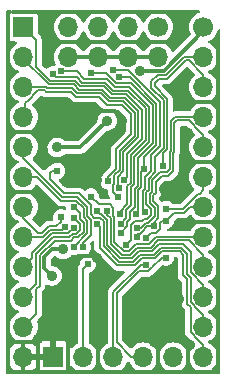
<source format=gbr>
%TF.GenerationSoftware,KiCad,Pcbnew,8.0.5*%
%TF.CreationDate,2025-06-26T13:10:11+01:00*%
%TF.ProjectId,sdrr rev d,73647272-2072-4657-9620-642e6b696361,rev?*%
%TF.SameCoordinates,Original*%
%TF.FileFunction,Copper,L2,Bot*%
%TF.FilePolarity,Positive*%
%FSLAX46Y46*%
G04 Gerber Fmt 4.6, Leading zero omitted, Abs format (unit mm)*
G04 Created by KiCad (PCBNEW 8.0.5) date 2025-06-26 13:10:11*
%MOMM*%
%LPD*%
G01*
G04 APERTURE LIST*
%TA.AperFunction,ComponentPad*%
%ADD10C,1.700000*%
%TD*%
%TA.AperFunction,ComponentPad*%
%ADD11O,1.700000X1.700000*%
%TD*%
%TA.AperFunction,ComponentPad*%
%ADD12R,1.700000X1.700000*%
%TD*%
%TA.AperFunction,ViaPad*%
%ADD13C,0.914400*%
%TD*%
%TA.AperFunction,ViaPad*%
%ADD14C,0.609600*%
%TD*%
%TA.AperFunction,Conductor*%
%ADD15C,0.304800*%
%TD*%
%TA.AperFunction,Conductor*%
%ADD16C,0.152400*%
%TD*%
G04 APERTURE END LIST*
D10*
%TO.P,J3,1,Pin_1*%
%TO.N,BOOT0*%
X113030000Y-31750000D03*
D11*
%TO.P,J3,2,Pin_2*%
%TO.N,+3V3*%
X113030000Y-34290000D03*
%TO.P,J3,3,Pin_3*%
%TO.N,SEL0*%
X110490000Y-31750000D03*
%TO.P,J3,4,Pin_4*%
%TO.N,+3V3*%
X110490000Y-34290000D03*
%TO.P,J3,5,Pin_5*%
%TO.N,SEL1*%
X107950000Y-31750000D03*
%TO.P,J3,6,Pin_6*%
%TO.N,+3V3*%
X107950000Y-34290000D03*
%TO.P,J3,7,Pin_7*%
%TO.N,SEL2*%
X105410000Y-31750000D03*
%TO.P,J3,8,Pin_8*%
%TO.N,+3V3*%
X105410000Y-34290000D03*
%TD*%
D12*
%TO.P,U2,1,A7*%
%TO.N,A7*%
X101600000Y-31750000D03*
D11*
%TO.P,U2,2,A6*%
%TO.N,A6*%
X101600000Y-34290000D03*
%TO.P,U2,3,A5*%
%TO.N,A5*%
X101600000Y-36830000D03*
%TO.P,U2,4,A4*%
%TO.N,A4*%
X101600000Y-39370000D03*
%TO.P,U2,5,A3*%
%TO.N,A3*%
X101600000Y-41910000D03*
%TO.P,U2,6,A2*%
%TO.N,A2*%
X101600000Y-44450000D03*
%TO.P,U2,7,A1*%
%TO.N,A1*%
X101600000Y-46990000D03*
%TO.P,U2,8,A0*%
%TO.N,A0*%
X101600000Y-49530000D03*
%TO.P,U2,9,D0*%
%TO.N,D0*%
X101600000Y-52070000D03*
%TO.P,U2,10,D1*%
%TO.N,D1*%
X101600000Y-54610000D03*
%TO.P,U2,11,D2*%
%TO.N,D2*%
X101600000Y-57150000D03*
%TO.P,U2,12,GND*%
%TO.N,GND*%
X101600000Y-59690000D03*
%TO.P,U2,13,D3*%
%TO.N,D3*%
X116840000Y-59690000D03*
%TO.P,U2,14,D4*%
%TO.N,D4*%
X116840000Y-57150000D03*
%TO.P,U2,15,D5*%
%TO.N,D5*%
X116840000Y-54610000D03*
%TO.P,U2,16,D6*%
%TO.N,D6*%
X116840000Y-52070000D03*
%TO.P,U2,17,D7*%
%TO.N,D7*%
X116840000Y-49530000D03*
%TO.P,U2,18,A11*%
%TO.N,A11*%
X116840000Y-46990000D03*
%TO.P,U2,19,A10*%
%TO.N,A10*%
X116840000Y-44450000D03*
%TO.P,U2,20,~{CS}*%
%TO.N,CS1*%
X116840000Y-41910000D03*
%TO.P,U2,21,A12*%
%TO.N,A12*%
X116840000Y-39370000D03*
%TO.P,U2,22,A9*%
%TO.N,A9*%
X116840000Y-36830000D03*
%TO.P,U2,23,A8*%
%TO.N,A8*%
X116840000Y-34290000D03*
D10*
%TO.P,U2,24,VCC*%
%TO.N,+5V*%
X116840000Y-31750000D03*
%TD*%
D12*
%TO.P,J1,1,Pin_1*%
%TO.N,GND*%
X104140000Y-59690000D03*
D11*
%TO.P,J1,2,Pin_2*%
%TO.N,NRST*%
X106680000Y-59690000D03*
%TO.P,J1,3,Pin_3*%
%TO.N,SWDIO*%
X109220000Y-59690000D03*
%TO.P,J1,4,Pin_4*%
%TO.N,SWCLK*%
X111760000Y-59690000D03*
%TO.P,J1,5,Pin_5*%
%TO.N,+5V*%
X114300000Y-59690000D03*
%TD*%
D13*
%TO.N,Net-(U1-VCAP1)*%
X104004900Y-52840100D03*
X104978200Y-50568800D03*
%TO.N,GND*%
X105511600Y-51790600D03*
X102819200Y-58191400D03*
X103378000Y-57073800D03*
X114770800Y-54762400D03*
X115036600Y-38125400D03*
X115544600Y-40741600D03*
X115664316Y-58692116D03*
X112618184Y-58389184D03*
X105180251Y-44907200D03*
X107924600Y-58420000D03*
X103200200Y-38633400D03*
X107851498Y-44729400D03*
X109931200Y-39725600D03*
X105029000Y-39268400D03*
X107797600Y-51282600D03*
X110718600Y-58420000D03*
X105587800Y-58420000D03*
X103581200Y-30886400D03*
X114833400Y-30886400D03*
X103454200Y-41300400D03*
X113766600Y-52679600D03*
X113487200Y-45466000D03*
%TO.N,+5V*%
X111442216Y-35445984D03*
%TO.N,+3V3*%
X108699300Y-39687500D03*
X104470200Y-41960800D03*
D14*
%TO.N,NRST*%
X107044097Y-51854100D03*
X109674352Y-35994078D03*
X111836200Y-43764200D03*
X111150400Y-47618238D03*
%TO.N,SWCLK*%
X113663155Y-51282600D03*
%TO.N,SWDIO*%
X111951178Y-51892200D03*
%TO.N,SEL1*%
X104779519Y-35483800D03*
X109829317Y-48396859D03*
%TO.N,A2*%
X105879813Y-50416400D03*
%TO.N,SEL0*%
X107283219Y-35626516D03*
X109829317Y-49158862D03*
%TO.N,SEL2*%
X109756301Y-47570191D03*
X104063800Y-35763200D03*
%TO.N,BOOT0*%
X109163529Y-35428652D03*
X111887709Y-47425825D03*
%TO.N,A0*%
X105105954Y-48700212D03*
%TO.N,A8*%
X110305503Y-50191361D03*
%TO.N,D1*%
X105841799Y-47914643D03*
%TO.N,D4*%
X104458247Y-43953953D03*
%TO.N,A11*%
X111981929Y-49606200D03*
X113683839Y-48156341D03*
%TO.N,D2*%
X105871868Y-47036132D03*
%TO.N,A12*%
X111226600Y-48743570D03*
%TO.N,D5*%
X107848400Y-47343671D03*
%TO.N,D6*%
X108677992Y-47329403D03*
%TO.N,A9*%
X113453102Y-43501373D03*
%TO.N,A4*%
X108762800Y-44805600D03*
%TO.N,D3*%
X107848117Y-48439265D03*
%TO.N,A3*%
X106641816Y-50416400D03*
%TO.N,A1*%
X104775000Y-47879000D03*
%TO.N,D7*%
X107323962Y-46117438D03*
%TO.N,A7*%
X110134400Y-44711343D03*
%TO.N,A5*%
X109601000Y-46145839D03*
%TO.N,A10*%
X113678546Y-47177302D03*
%TO.N,CS1*%
X112617039Y-48636231D03*
X111226600Y-49505573D03*
%TO.N,D0*%
X105866917Y-48740000D03*
%TO.N,A6*%
X109728007Y-45394495D03*
%TD*%
D15*
%TO.N,Net-(U1-VCAP1)*%
X103364400Y-52199600D02*
X104004900Y-52840100D01*
X104046416Y-50568800D02*
X103364400Y-51250816D01*
X104978200Y-50568800D02*
X104046416Y-50568800D01*
X103364400Y-51250816D02*
X103364400Y-52199600D01*
%TO.N,GND*%
X107950000Y-60966600D02*
X107950000Y-59080400D01*
X105384600Y-60966600D02*
X105410000Y-60941200D01*
X107950000Y-59080400D02*
X107924600Y-59055000D01*
X115544600Y-60966600D02*
X115544600Y-58851800D01*
X105384600Y-60966600D02*
X103403400Y-60966600D01*
X114376200Y-30480000D02*
X114427000Y-30480000D01*
X107950000Y-60966600D02*
X105384600Y-60966600D01*
X102819200Y-58470800D02*
X102819200Y-59740800D01*
X111556800Y-30483400D02*
X111560200Y-30480000D01*
X118106600Y-33045400D02*
X118106600Y-38074600D01*
X104571800Y-33045400D02*
X104546400Y-33020000D01*
X118106600Y-43180000D02*
X116281200Y-43180000D01*
X113030000Y-60966600D02*
X113030000Y-58496200D01*
X102819200Y-60934600D02*
X102844600Y-60960000D01*
X100409600Y-58420000D02*
X101523800Y-58420000D01*
X100333400Y-58343800D02*
X100333400Y-50774600D01*
X101600000Y-58496200D02*
X101523800Y-58420000D01*
X100333400Y-40640000D02*
X100333400Y-30832200D01*
X103396800Y-60960000D02*
X103403400Y-60966600D01*
X102768400Y-59690000D02*
X102819200Y-59740800D01*
X100682200Y-30483400D02*
X111556800Y-30483400D01*
X105511600Y-51790600D02*
X106193197Y-51109003D01*
X109931200Y-39725600D02*
X109931200Y-39446200D01*
X101600000Y-59690000D02*
X101600000Y-58496200D01*
X101600000Y-60960000D02*
X102844600Y-60960000D01*
X109321600Y-38836600D02*
X108178600Y-38836600D01*
X118055800Y-48260000D02*
X115951000Y-48260000D01*
X100333400Y-60557000D02*
X100736400Y-60960000D01*
X101600000Y-60960000D02*
X101600000Y-59690000D01*
X100333400Y-45720000D02*
X100333400Y-40640000D01*
X101523800Y-58420000D02*
X102768400Y-58420000D01*
X118106600Y-38074600D02*
X115951000Y-38074600D01*
X100333400Y-58343800D02*
X100409600Y-58420000D01*
X111556800Y-30483400D02*
X111760000Y-30483400D01*
X115951000Y-38074600D02*
X115925600Y-38049200D01*
X102844600Y-60960000D02*
X103396800Y-60960000D01*
X102819200Y-59740800D02*
X102819200Y-60934600D01*
X111560200Y-30480000D02*
X114376200Y-30480000D01*
X114427000Y-30480000D02*
X114731800Y-30784800D01*
X118106600Y-38074600D02*
X118106600Y-43180000D01*
X109194600Y-60966600D02*
X107950000Y-60966600D01*
X100333400Y-40640000D02*
X102489000Y-40640000D01*
X100333400Y-58343800D02*
X100333400Y-60557000D01*
X118106600Y-60404600D02*
X117544600Y-60966600D01*
X100333400Y-45720000D02*
X102870000Y-45720000D01*
X111023400Y-33045400D02*
X104571800Y-33045400D01*
X100736400Y-60960000D02*
X101600000Y-60960000D01*
X101600000Y-59690000D02*
X102768400Y-59690000D01*
X117544600Y-60966600D02*
X115544600Y-60966600D01*
X118106600Y-48209200D02*
X118055800Y-48260000D01*
X105410000Y-58013600D02*
X105384600Y-57988200D01*
X108178600Y-38836600D02*
X108077000Y-38735000D01*
X115544600Y-58851800D02*
X115595400Y-58801000D01*
X109931200Y-39446200D02*
X109321600Y-38836600D01*
X106193197Y-51109003D02*
X107852603Y-51109003D01*
X102768400Y-58420000D02*
X102819200Y-58470800D01*
X100333400Y-50774600D02*
X100333400Y-45720000D01*
X118106600Y-48209200D02*
X118106600Y-60404600D01*
X118106600Y-43180000D02*
X118106600Y-45745400D01*
X115951000Y-48260000D02*
X115925600Y-48285400D01*
X102870000Y-45720000D02*
X103073200Y-45923200D01*
X105410000Y-60941200D02*
X105410000Y-58013600D01*
X113030000Y-58496200D02*
X113055400Y-58470800D01*
X114427000Y-33045400D02*
X111023400Y-33045400D01*
X118106600Y-45745400D02*
X118106600Y-48209200D01*
X113030000Y-60966600D02*
X109194600Y-60966600D01*
X115544600Y-60966600D02*
X113030000Y-60966600D01*
%TO.N,+5V*%
X111443400Y-35444800D02*
X113508334Y-35444800D01*
X111442216Y-35445984D02*
X111443400Y-35444800D01*
X113508334Y-35444800D02*
X116840000Y-32113134D01*
X116840000Y-32113134D02*
X116840000Y-31750000D01*
%TO.N,+3V3*%
X106426000Y-41960800D02*
X108699300Y-39687500D01*
X110490000Y-34290000D02*
X107950000Y-34290000D01*
X107950000Y-34290000D02*
X105410000Y-34290000D01*
X104470200Y-41960800D02*
X106426000Y-41960800D01*
X113030000Y-34290000D02*
X110490000Y-34290000D01*
D16*
%TO.N,NRST*%
X109674352Y-35994078D02*
X110589390Y-35994078D01*
X110589390Y-35994078D02*
X112852200Y-38256888D01*
X111327294Y-45568506D02*
X111582200Y-45313600D01*
X106680000Y-52218197D02*
X106680000Y-59690000D01*
X107044097Y-51854100D02*
X106680000Y-52218197D01*
X111150400Y-47618238D02*
X111327294Y-47441344D01*
X112852200Y-41739110D02*
X111836200Y-42755110D01*
X112852200Y-38256888D02*
X112852200Y-41739110D01*
X111582200Y-44018200D02*
X111836200Y-43764200D01*
X111327294Y-47441344D02*
X111327294Y-45568506D01*
X111582200Y-45313600D02*
X111582200Y-44018200D01*
X111836200Y-42755110D02*
X111836200Y-43764200D01*
%TO.N,SWCLK*%
X111760000Y-59690000D02*
X110745371Y-59690000D01*
X110745371Y-59690000D02*
X109524800Y-58469429D01*
X113663155Y-51282600D02*
X113309400Y-51282600D01*
X111937800Y-52425600D02*
X112172120Y-52425600D01*
X112484578Y-52113142D02*
X112172120Y-52425600D01*
X109524800Y-54312718D02*
X111411918Y-52425600D01*
X109524800Y-58469429D02*
X109524800Y-54312718D01*
X111411918Y-52425600D02*
X111937800Y-52425600D01*
X113309400Y-51282600D02*
X112484578Y-52107422D01*
X112484578Y-52107422D02*
X112484578Y-52113142D01*
%TO.N,SWDIO*%
X109220000Y-59690000D02*
X109220000Y-54186466D01*
X109220000Y-54186466D02*
X111514266Y-51892200D01*
X111514266Y-51892200D02*
X111951178Y-51892200D01*
%TO.N,SEL1*%
X109829317Y-48396859D02*
X110312200Y-47913976D01*
X110565486Y-36832278D02*
X109327158Y-36832278D01*
X110972600Y-42756606D02*
X112242600Y-41486606D01*
X110717694Y-46865550D02*
X110717694Y-45313443D01*
X110312200Y-47913976D02*
X110312200Y-47271044D01*
X110972600Y-45058537D02*
X110972600Y-42756606D01*
X110312200Y-47271044D02*
X110717694Y-46865550D01*
X106771916Y-36159916D02*
X106095800Y-35483800D01*
X110717694Y-45313443D02*
X110972600Y-45058537D01*
X109327158Y-36832278D02*
X108654796Y-36159916D01*
X112242600Y-41486606D02*
X112242600Y-38509392D01*
X112242600Y-38509392D02*
X110565486Y-36832278D01*
X106095800Y-35483800D02*
X104779519Y-35483800D01*
X108654796Y-36159916D02*
X106771916Y-36159916D01*
%TO.N,A2*%
X102769148Y-44450000D02*
X101600000Y-44450000D01*
X107009917Y-48183517D02*
X106705400Y-47879000D01*
X106705400Y-47115322D02*
X106046678Y-46456600D01*
X104775748Y-46456600D02*
X102769148Y-44450000D01*
X107009917Y-49213446D02*
X107009917Y-48183517D01*
X106705400Y-47879000D02*
X106705400Y-47115322D01*
X105879813Y-50343550D02*
X107009917Y-49213446D01*
X105879813Y-50416400D02*
X105879813Y-50343550D01*
X106046678Y-46456600D02*
X104775748Y-46456600D01*
%TO.N,SEL0*%
X109829317Y-49158862D02*
X110362717Y-48625462D01*
X111022494Y-45439695D02*
X111277400Y-45184789D01*
X112547400Y-38383140D02*
X110691738Y-36527478D01*
X110691738Y-36527478D02*
X109453410Y-36527478D01*
X111277400Y-45184789D02*
X111277400Y-42882858D01*
X111022494Y-46991802D02*
X111022494Y-45439695D01*
X110617000Y-48040228D02*
X110617000Y-47397296D01*
X110362717Y-48625462D02*
X110362717Y-48294511D01*
X110617000Y-47397296D02*
X111022494Y-46991802D01*
X112547400Y-41612858D02*
X112547400Y-38383140D01*
X111277400Y-42882858D02*
X112547400Y-41612858D01*
X109453410Y-36527478D02*
X108552448Y-35626516D01*
X110362717Y-48294511D02*
X110617000Y-48040228D01*
X108552448Y-35626516D02*
X107283219Y-35626516D01*
%TO.N,SEL2*%
X110667800Y-44932285D02*
X110412894Y-45187191D01*
X109200906Y-37137078D02*
X110439234Y-37137078D01*
X110412894Y-46739298D02*
X109756301Y-47395891D01*
X106095800Y-36017200D02*
X106543316Y-36464716D01*
X111937800Y-38635644D02*
X111937800Y-41360354D01*
X110412894Y-45187191D02*
X110412894Y-46739298D01*
X104317800Y-36017200D02*
X106095800Y-36017200D01*
X104063800Y-35763200D02*
X104317800Y-36017200D01*
X110667800Y-42630354D02*
X110667800Y-44932285D01*
X108528544Y-36464716D02*
X109200906Y-37137078D01*
X111937800Y-41360354D02*
X110667800Y-42630354D01*
X110439234Y-37137078D02*
X111937800Y-38635644D01*
X109756301Y-47395891D02*
X109756301Y-47570191D01*
X106543316Y-36464716D02*
X108528544Y-36464716D01*
%TO.N,BOOT0*%
X113157000Y-38130636D02*
X110455016Y-35428652D01*
X113157000Y-41865362D02*
X113157000Y-38130636D01*
X111683800Y-45643052D02*
X111887000Y-45439852D01*
X111683800Y-47221916D02*
X111683800Y-45643052D01*
X110455016Y-35428652D02*
X109163529Y-35428652D01*
X111887000Y-45439852D02*
X111887000Y-44467742D01*
X111887000Y-44467742D02*
X112420400Y-43934342D01*
X112420400Y-43934342D02*
X112420400Y-42601962D01*
X112420400Y-42601962D02*
X113157000Y-41865362D01*
X111887709Y-47425825D02*
X111683800Y-47221916D01*
%TO.N,A0*%
X104877354Y-48928812D02*
X103854432Y-48928812D01*
X103253244Y-49530000D02*
X101600000Y-49530000D01*
X103854432Y-48928812D02*
X103253244Y-49530000D01*
X105105954Y-48700212D02*
X104877354Y-48928812D01*
%TO.N,A8*%
X112420400Y-36372800D02*
X112420400Y-36906200D01*
X111835777Y-48026631D02*
X111661594Y-48200814D01*
X116840000Y-34290000D02*
X115201949Y-34290000D01*
X112191800Y-45566104D02*
X111988600Y-45769304D01*
X112041245Y-48026631D02*
X111835777Y-48026631D01*
X113461800Y-41991614D02*
X112725200Y-42728214D01*
X110693200Y-49803664D02*
X110305503Y-50191361D01*
X114242975Y-35248975D02*
X113666150Y-35825800D01*
X110693200Y-48522628D02*
X110693200Y-49803664D01*
X112420400Y-36906200D02*
X113461800Y-37947600D01*
X113461800Y-37947600D02*
X113461800Y-41991614D01*
X113666150Y-35825800D02*
X112967400Y-35825800D01*
X112725200Y-44060594D02*
X112191800Y-44593994D01*
X112191800Y-44593994D02*
X112191800Y-45566104D01*
X111015014Y-48200814D02*
X110693200Y-48522628D01*
X115201949Y-34290000D02*
X114242975Y-35248975D01*
X111988600Y-46772374D02*
X112421109Y-47204883D01*
X112725200Y-42728214D02*
X112725200Y-44060594D01*
X112421109Y-47204883D02*
X112421109Y-47646767D01*
X111661594Y-48200814D02*
X111015014Y-48200814D01*
X112421109Y-47646767D02*
X112041245Y-48026631D01*
X111988600Y-45769304D02*
X111988600Y-46772374D01*
X112967400Y-35825800D02*
X112420400Y-36372800D01*
%TO.N,D1*%
X105841799Y-47914643D02*
X106400317Y-48473161D01*
X104106936Y-49538412D02*
X102678600Y-50966748D01*
X105764569Y-49273400D02*
X105499557Y-49538412D01*
X106400317Y-48960942D02*
X106087859Y-49273400D01*
X106087859Y-49273400D02*
X105764569Y-49273400D01*
X106400317Y-48473161D02*
X106400317Y-48960942D01*
X105499557Y-49538412D02*
X104106936Y-49538412D01*
X102678600Y-53531400D02*
X101600000Y-54610000D01*
X102678600Y-50966748D02*
X102678600Y-53531400D01*
%TO.N,D4*%
X109678909Y-51639161D02*
X110905201Y-51639161D01*
X107592904Y-47904400D02*
X108067594Y-47904400D01*
X116840000Y-56134000D02*
X116840000Y-57150000D01*
X106274530Y-45822348D02*
X107315000Y-46862818D01*
X103835200Y-44119800D02*
X103835200Y-44653948D01*
X105003600Y-45822348D02*
X106274530Y-45822348D01*
X114959652Y-50444400D02*
X115456600Y-50941348D01*
X108381517Y-50341769D02*
X109678909Y-51639161D01*
X115761400Y-55056771D02*
X116393229Y-55688600D01*
X108067594Y-47904400D02*
X108381517Y-48218323D01*
X107315000Y-46862818D02*
X107315000Y-47626496D01*
X116394600Y-55688600D02*
X116840000Y-56134000D01*
X110905201Y-51639161D02*
X111490362Y-51054000D01*
X115761400Y-52971852D02*
X115761400Y-55056771D01*
X104001047Y-43953953D02*
X103835200Y-44119800D01*
X108381517Y-48218323D02*
X108381517Y-50341769D01*
X103835200Y-44653948D02*
X105003600Y-45822348D01*
X115456600Y-50941348D02*
X115456600Y-52667052D01*
X112621356Y-51054000D02*
X113230956Y-50444400D01*
X104458247Y-43953953D02*
X104001047Y-43953953D01*
X116393229Y-55688600D02*
X116394600Y-55688600D01*
X111490362Y-51054000D02*
X112621356Y-51054000D01*
X115456600Y-52667052D02*
X115761400Y-52971852D01*
X113230956Y-50444400D02*
X114959652Y-50444400D01*
X107315000Y-47626496D02*
X107592904Y-47904400D01*
%TO.N,A11*%
X113362259Y-48156341D02*
X113683839Y-48156341D01*
X113150439Y-48857173D02*
X113150439Y-48368161D01*
X114359761Y-47480419D02*
X115206581Y-47480419D01*
X115206581Y-47480419D02*
X115697000Y-46990000D01*
X112833212Y-49174400D02*
X113150439Y-48857173D01*
X113683839Y-48156341D02*
X114359761Y-47480419D01*
X112413729Y-49174400D02*
X112833212Y-49174400D01*
X111981929Y-49606200D02*
X112413729Y-49174400D01*
X115697000Y-46990000D02*
X116840000Y-46990000D01*
X113150439Y-48368161D02*
X113362259Y-48156341D01*
%TO.N,D2*%
X105890821Y-49578200D02*
X105625809Y-49843212D01*
X102678600Y-53962452D02*
X102678600Y-56071400D01*
X105871868Y-47036132D02*
X105887932Y-47036132D01*
X102983400Y-51093000D02*
X102983400Y-53657652D01*
X106375200Y-47523400D02*
X106375200Y-48016992D01*
X105887932Y-47036132D02*
X106375200Y-47523400D01*
X102983400Y-53657652D02*
X102678600Y-53962452D01*
X104233188Y-49843212D02*
X102983400Y-51093000D01*
X106705117Y-48346909D02*
X106705117Y-49087194D01*
X106705117Y-49087194D02*
X106214111Y-49578200D01*
X106375200Y-48016992D02*
X106705117Y-48346909D01*
X106214111Y-49578200D02*
X105890821Y-49578200D01*
X105625809Y-49843212D02*
X104233188Y-49843212D01*
X102678600Y-56071400D02*
X101600000Y-57150000D01*
%TO.N,A12*%
X112293400Y-45895556D02*
X112293400Y-46646122D01*
X112725909Y-47773019D02*
X112167497Y-48331431D01*
X114452400Y-39370000D02*
X114071400Y-39751000D01*
X116840000Y-39370000D02*
X114452400Y-39370000D01*
X111962029Y-48331431D02*
X111549890Y-48743570D01*
X112167497Y-48331431D02*
X111962029Y-48331431D01*
X113995200Y-42320318D02*
X113995200Y-43781942D01*
X113742369Y-44034773D02*
X113182073Y-44034773D01*
X113995200Y-43781942D02*
X113742369Y-44034773D01*
X112496600Y-45692356D02*
X112293400Y-45895556D01*
X111549890Y-48743570D02*
X111226600Y-48743570D01*
X112293400Y-46646122D02*
X112725909Y-47078631D01*
X114071400Y-39751000D02*
X114071400Y-42244118D01*
X114071400Y-42244118D02*
X113995200Y-42320318D01*
X112725909Y-47078631D02*
X112725909Y-47773019D01*
X113182073Y-44034773D02*
X112496600Y-44720246D01*
X112496600Y-44720246D02*
X112496600Y-45692356D01*
%TO.N,D5*%
X115761400Y-52540800D02*
X115761400Y-50815096D01*
X110778949Y-51334361D02*
X109805161Y-51334361D01*
X112495104Y-50749200D02*
X111364110Y-50749200D01*
X115085904Y-50139600D02*
X113104704Y-50139600D01*
X108193846Y-47599600D02*
X108104329Y-47599600D01*
X108686317Y-48092071D02*
X108193846Y-47599600D01*
X116840000Y-53619400D02*
X115761400Y-52540800D01*
X109805161Y-51334361D02*
X108686317Y-50215517D01*
X115761400Y-50815096D02*
X115085904Y-50139600D01*
X108686317Y-50215517D02*
X108686317Y-48092071D01*
X111364110Y-50749200D02*
X110778949Y-51334361D01*
X116840000Y-54610000D02*
X116840000Y-53619400D01*
X113104704Y-50139600D02*
X112495104Y-50749200D01*
X108104329Y-47599600D02*
X107848400Y-47343671D01*
%TO.N,D6*%
X109765726Y-50863874D02*
X108991117Y-50089265D01*
X109958309Y-51029561D02*
X109792622Y-50863874D01*
X109792622Y-50863874D02*
X109765726Y-50863874D01*
X112368852Y-50444400D02*
X111237858Y-50444400D01*
X112978452Y-49834800D02*
X112368852Y-50444400D01*
X116840000Y-51055371D02*
X115619429Y-49834800D01*
X108661200Y-47635902D02*
X108661200Y-47346195D01*
X108991117Y-50089265D02*
X108991117Y-47965819D01*
X110652697Y-51029561D02*
X109958309Y-51029561D01*
X115619429Y-49834800D02*
X112978452Y-49834800D01*
X116840000Y-52070000D02*
X116840000Y-51055371D01*
X108991117Y-47965819D02*
X108661200Y-47635902D01*
X108661200Y-47346195D02*
X108677992Y-47329403D01*
X111237858Y-50444400D02*
X110652697Y-51029561D01*
%TO.N,A9*%
X112725200Y-36779200D02*
X112725200Y-36499052D01*
X113766600Y-42117866D02*
X113766600Y-37820600D01*
X112725200Y-36499052D02*
X113093652Y-36130600D01*
X113093652Y-36130600D02*
X113792402Y-36130600D01*
X113792402Y-36130600D02*
X115328202Y-34594800D01*
X113453102Y-42431364D02*
X113766600Y-42117866D01*
X115328202Y-34594800D02*
X115619429Y-34594800D01*
X116840000Y-35815371D02*
X116840000Y-36830000D01*
X113453102Y-43501373D02*
X113453102Y-42431364D01*
X113766600Y-37820600D02*
X112725200Y-36779200D01*
X115619429Y-34594800D02*
X116840000Y-35815371D01*
%TO.N,A4*%
X102045400Y-37908600D02*
X101727000Y-38227000D01*
X110718600Y-39141400D02*
X109933478Y-38356278D01*
X102819200Y-37134800D02*
X102678600Y-37275400D01*
X108695898Y-38356278D02*
X108023536Y-37683916D01*
X101727000Y-38227000D02*
X101727000Y-39243000D01*
X108762800Y-44805600D02*
X108762800Y-44426096D01*
X108023536Y-37683916D02*
X106038308Y-37683916D01*
X110718600Y-40855346D02*
X110718600Y-39141400D01*
X105590792Y-37236400D02*
X103489502Y-37236400D01*
X109448600Y-42125346D02*
X110718600Y-40855346D01*
X103489502Y-37236400D02*
X103387902Y-37134800D01*
X102046771Y-37908600D02*
X102045400Y-37908600D01*
X106038308Y-37683916D02*
X105590792Y-37236400D01*
X108762800Y-44426096D02*
X109448600Y-43740296D01*
X109448600Y-43740296D02*
X109448600Y-42125346D01*
X109933478Y-38356278D02*
X108695898Y-38356278D01*
X101727000Y-39243000D02*
X101600000Y-39370000D01*
X103387902Y-37134800D02*
X102819200Y-37134800D01*
X102678600Y-37275400D02*
X102678600Y-37276771D01*
X102678600Y-37276771D02*
X102046771Y-37908600D01*
%TO.N,D3*%
X115456600Y-55183023D02*
X115747800Y-55474223D01*
X115747800Y-55474223D02*
X115747800Y-57583171D01*
X116393229Y-58228600D02*
X116394600Y-58228600D01*
X111616614Y-51358800D02*
X112747608Y-51358800D01*
X109552657Y-51943961D02*
X111031453Y-51943961D01*
X107848117Y-48439265D02*
X108076717Y-48667865D01*
X111031453Y-51943961D02*
X111616614Y-51358800D01*
X116394600Y-58228600D02*
X116840000Y-58674000D01*
X115747800Y-57583171D02*
X116393229Y-58228600D01*
X113357208Y-50749200D02*
X114833400Y-50749200D01*
X114833400Y-50749200D02*
X115151800Y-51067600D01*
X108076717Y-50468021D02*
X109552657Y-51943961D01*
X116840000Y-58674000D02*
X116840000Y-59690000D01*
X112747608Y-51358800D02*
X113357208Y-50749200D01*
X108076717Y-48667865D02*
X108076717Y-50468021D01*
X115456600Y-53098104D02*
X115456600Y-55183023D01*
X115151800Y-52793304D02*
X115456600Y-53098104D01*
X115151800Y-51067600D02*
X115151800Y-52793304D01*
%TO.N,A3*%
X107314717Y-48057265D02*
X107010200Y-47752748D01*
X106641816Y-50416400D02*
X106641816Y-50012599D01*
X101600000Y-42849800D02*
X101600000Y-41910000D01*
X106172930Y-46151800D02*
X104902000Y-46151800D01*
X106641816Y-50012599D02*
X107314717Y-49339698D01*
X107010200Y-47752748D02*
X107010200Y-46989070D01*
X107010200Y-46989070D02*
X106172930Y-46151800D01*
X104902000Y-46151800D02*
X101600000Y-42849800D01*
X107314717Y-49339698D02*
X107314717Y-48057265D01*
%TO.N,A1*%
X103152392Y-49199800D02*
X102844600Y-49199800D01*
X104775000Y-48234600D02*
X104385588Y-48624012D01*
X101600000Y-47955200D02*
X101600000Y-46990000D01*
X104385588Y-48624012D02*
X103728180Y-48624012D01*
X102844600Y-49199800D02*
X101600000Y-47955200D01*
X103728180Y-48624012D02*
X103152392Y-49199800D01*
X104775000Y-47879000D02*
X104775000Y-48234600D01*
%TO.N,D7*%
X112242600Y-50139600D02*
X112852200Y-49530000D01*
X110526445Y-50724761D02*
X111111606Y-50139600D01*
X107323962Y-46117438D02*
X107993324Y-46786800D01*
X110084561Y-50724761D02*
X110526445Y-50724761D01*
X112852200Y-49530000D02*
X116840000Y-49530000D01*
X108889731Y-46786800D02*
X109220000Y-47117069D01*
X109220000Y-47763650D02*
X109295917Y-47839567D01*
X109295917Y-47839567D02*
X109295917Y-49936117D01*
X107993324Y-46786800D02*
X108889731Y-46786800D01*
X109220000Y-47117069D02*
X109220000Y-47763650D01*
X111111606Y-50139600D02*
X112242600Y-50139600D01*
X109295917Y-49936117D02*
X110084561Y-50724761D01*
%TO.N,A7*%
X108402292Y-36769516D02*
X106417064Y-36769516D01*
X102692200Y-35145942D02*
X102692200Y-32842200D01*
X111633000Y-41234102D02*
X111633000Y-38761896D01*
X110312982Y-37441878D02*
X109074654Y-37441878D01*
X110363000Y-44482743D02*
X110363000Y-42504102D01*
X103868258Y-36322000D02*
X102692200Y-35145942D01*
X111633000Y-38761896D02*
X110312982Y-37441878D01*
X105969548Y-36322000D02*
X103868258Y-36322000D01*
X110363000Y-42504102D02*
X111633000Y-41234102D01*
X110134400Y-44711343D02*
X110363000Y-44482743D01*
X109074654Y-37441878D02*
X108402292Y-36769516D01*
X106417064Y-36769516D02*
X105969548Y-36322000D01*
X102692200Y-32842200D02*
X101600000Y-31750000D01*
%TO.N,A5*%
X103615754Y-36931600D02*
X105717044Y-36931600D01*
X106164560Y-37379116D02*
X108149788Y-37379116D01*
X109753400Y-43866548D02*
X109296200Y-44323748D01*
X103514154Y-36830000D02*
X103615754Y-36931600D01*
X110060478Y-38051478D02*
X111023400Y-39014400D01*
X111023400Y-39014400D02*
X111023400Y-40981598D01*
X101600000Y-36830000D02*
X103514154Y-36830000D01*
X109296200Y-44323748D02*
X109296200Y-45026542D01*
X105717044Y-36931600D02*
X106164560Y-37379116D01*
X108149788Y-37379116D02*
X108822150Y-38051478D01*
X109296200Y-45026542D02*
X109194607Y-45128135D01*
X111023400Y-40981598D02*
X109753400Y-42251598D01*
X109753400Y-42251598D02*
X109753400Y-43866548D01*
X109194607Y-45739446D02*
X109601000Y-46145839D01*
X109194607Y-45128135D02*
X109194607Y-45739446D01*
X108822150Y-38051478D02*
X110060478Y-38051478D01*
%TO.N,A10*%
X115080329Y-47175619D02*
X116344548Y-45911400D01*
X116840000Y-45593000D02*
X116840000Y-44450000D01*
X113680229Y-47175619D02*
X115080329Y-47175619D01*
X113678546Y-47177302D02*
X113680229Y-47175619D01*
X116521600Y-45911400D02*
X116840000Y-45593000D01*
X116344548Y-45911400D02*
X116521600Y-45911400D01*
%TO.N,CS1*%
X112598200Y-46519870D02*
X113030709Y-46952379D01*
X111447542Y-49276970D02*
X111226600Y-49276970D01*
X115761400Y-39816771D02*
X116393229Y-40448600D01*
X116394600Y-40448600D02*
X116840000Y-40894000D01*
X112088281Y-48636231D02*
X111642356Y-49082156D01*
X114300000Y-42446570D02*
X114376200Y-42370370D01*
X112801400Y-45818608D02*
X112598200Y-46021808D01*
X112598200Y-46021808D02*
X112598200Y-46519870D01*
X113030709Y-47899271D02*
X112617039Y-48312941D01*
X113318227Y-44339573D02*
X113868621Y-44339573D01*
X116393229Y-40448600D02*
X116394600Y-40448600D01*
X113030709Y-46952379D02*
X113030709Y-47899271D01*
X116840000Y-40894000D02*
X116840000Y-41910000D01*
X114300000Y-43908194D02*
X114300000Y-42446570D01*
X112617039Y-48636231D02*
X112088281Y-48636231D01*
X111226600Y-49276970D02*
X111226600Y-49505573D01*
X111642356Y-49082156D02*
X111447542Y-49276970D01*
X112801400Y-44856400D02*
X113318227Y-44339573D01*
X112801400Y-45818608D02*
X112801400Y-44856400D01*
X114376200Y-42370370D02*
X114376200Y-39877252D01*
X115620800Y-39674800D02*
X115761400Y-39815400D01*
X114376200Y-39877252D02*
X114578652Y-39674800D01*
X113868621Y-44339573D02*
X114300000Y-43908194D01*
X115761400Y-39815400D02*
X115761400Y-39816771D01*
X114578652Y-39674800D02*
X115620800Y-39674800D01*
X112617039Y-48312941D02*
X112617039Y-48636231D01*
%TO.N,D0*%
X102336600Y-50877696D02*
X102336600Y-51333400D01*
X102336600Y-51333400D02*
X101600000Y-52070000D01*
X105373305Y-49233612D02*
X103980684Y-49233612D01*
X105866917Y-48740000D02*
X105373305Y-49233612D01*
X103980684Y-49233612D02*
X102336600Y-50877696D01*
%TO.N,A6*%
X111328200Y-41107850D02*
X111328200Y-38888148D01*
X106290812Y-37074316D02*
X105843296Y-36626800D01*
X105843296Y-36626800D02*
X103742006Y-36626800D01*
X101600000Y-34484794D02*
X101600000Y-34290000D01*
X109728007Y-45394495D02*
X109543653Y-45210141D01*
X108276040Y-37074316D02*
X106290812Y-37074316D01*
X109601000Y-45152794D02*
X109601000Y-44450000D01*
X103742006Y-36626800D02*
X101600000Y-34484794D01*
X109601000Y-44450000D02*
X110058200Y-43992800D01*
X109543653Y-45210141D02*
X109601000Y-45152794D01*
X110058200Y-43992800D02*
X110058200Y-42377850D01*
X110186730Y-37746678D02*
X108948402Y-37746678D01*
X108948402Y-37746678D02*
X108276040Y-37074316D01*
X110058200Y-42377850D02*
X111328200Y-41107850D01*
X111328200Y-38888148D02*
X110186730Y-37746678D01*
%TD*%
%TA.AperFunction,Conductor*%
%TO.N,GND*%
G36*
X100361206Y-60253741D02*
G01*
X100392888Y-60295715D01*
X100426396Y-60367571D01*
X100426400Y-60367579D01*
X100561886Y-60561073D01*
X100561893Y-60561082D01*
X100728917Y-60728106D01*
X100728926Y-60728113D01*
X100922420Y-60863599D01*
X100922422Y-60863600D01*
X100986531Y-60893495D01*
X101039816Y-60940412D01*
X101059277Y-61008690D01*
X101038735Y-61076650D01*
X100984712Y-61122715D01*
X100933281Y-61133690D01*
X100291611Y-61133690D01*
X100267024Y-61131268D01*
X100256263Y-61129127D01*
X100193355Y-61096217D01*
X100158226Y-61034520D01*
X100157271Y-61030130D01*
X100155121Y-61019321D01*
X100152700Y-60994738D01*
X100152700Y-60986795D01*
X100152701Y-60952346D01*
X100152700Y-60952342D01*
X100152700Y-60942205D01*
X100152698Y-60942191D01*
X100152694Y-60348964D01*
X100172696Y-60280846D01*
X100226351Y-60234353D01*
X100296625Y-60224248D01*
X100361206Y-60253741D01*
G37*
%TD.AperFunction*%
%TA.AperFunction,Conductor*%
G36*
X102724449Y-60578905D02*
G01*
X102781285Y-60621452D01*
X102798473Y-60652928D01*
X102846648Y-60782090D01*
X102932810Y-60897189D01*
X102945679Y-60906822D01*
X102988226Y-60963658D01*
X102993290Y-61034473D01*
X102959265Y-61096786D01*
X102896953Y-61130811D01*
X102870170Y-61133690D01*
X102266719Y-61133690D01*
X102198598Y-61113688D01*
X102152105Y-61060032D01*
X102142001Y-60989758D01*
X102171495Y-60925178D01*
X102213469Y-60893495D01*
X102277577Y-60863600D01*
X102277579Y-60863599D01*
X102471073Y-60728113D01*
X102471076Y-60728111D01*
X102591321Y-60607866D01*
X102653633Y-60573841D01*
X102724449Y-60578905D01*
G37*
%TD.AperFunction*%
%TA.AperFunction,Conductor*%
G36*
X105698512Y-60441955D02*
G01*
X105719214Y-60464910D01*
X105733008Y-60484611D01*
X105733010Y-60484613D01*
X105733013Y-60484617D01*
X105885383Y-60636987D01*
X106061898Y-60760584D01*
X106257193Y-60851652D01*
X106376888Y-60883724D01*
X106385319Y-60885983D01*
X106445942Y-60922935D01*
X106476963Y-60986795D01*
X106468535Y-61057290D01*
X106423332Y-61112037D01*
X106355707Y-61133654D01*
X106352708Y-61133690D01*
X105409830Y-61133690D01*
X105341709Y-61113688D01*
X105295216Y-61060032D01*
X105285112Y-60989758D01*
X105314606Y-60925178D01*
X105334321Y-60906822D01*
X105347189Y-60897189D01*
X105433352Y-60782089D01*
X105483599Y-60647371D01*
X105489999Y-60587840D01*
X105490000Y-60587823D01*
X105490000Y-60537179D01*
X105510002Y-60469058D01*
X105563658Y-60422565D01*
X105633932Y-60412461D01*
X105698512Y-60441955D01*
G37*
%TD.AperFunction*%
%TA.AperFunction,Conductor*%
G36*
X108018960Y-60073141D02*
G01*
X108064194Y-60125343D01*
X108149416Y-60308102D01*
X108273013Y-60484617D01*
X108425383Y-60636987D01*
X108601898Y-60760584D01*
X108797193Y-60851652D01*
X108916888Y-60883724D01*
X108925319Y-60885983D01*
X108985942Y-60922935D01*
X109016963Y-60986795D01*
X109008535Y-61057290D01*
X108963332Y-61112037D01*
X108895707Y-61133654D01*
X108892708Y-61133690D01*
X107007292Y-61133690D01*
X106939171Y-61113688D01*
X106892678Y-61060032D01*
X106882574Y-60989758D01*
X106912068Y-60925178D01*
X106971794Y-60886794D01*
X106974681Y-60885983D01*
X106980427Y-60884443D01*
X107102807Y-60851652D01*
X107298102Y-60760584D01*
X107474617Y-60636987D01*
X107626987Y-60484617D01*
X107750584Y-60308102D01*
X107835805Y-60125344D01*
X107882722Y-60072060D01*
X107951000Y-60052599D01*
X108018960Y-60073141D01*
G37*
%TD.AperFunction*%
%TA.AperFunction,Conductor*%
G36*
X110539052Y-60099388D02*
G01*
X110575858Y-60120638D01*
X110574222Y-60123471D01*
X110617556Y-60158352D01*
X110628290Y-60177018D01*
X110689416Y-60308102D01*
X110813013Y-60484617D01*
X110965383Y-60636987D01*
X111141898Y-60760584D01*
X111337193Y-60851652D01*
X111456888Y-60883724D01*
X111465319Y-60885983D01*
X111525942Y-60922935D01*
X111556963Y-60986795D01*
X111548535Y-61057290D01*
X111503332Y-61112037D01*
X111435707Y-61133654D01*
X111432708Y-61133690D01*
X109547292Y-61133690D01*
X109479171Y-61113688D01*
X109432678Y-61060032D01*
X109422574Y-60989758D01*
X109452068Y-60925178D01*
X109511794Y-60886794D01*
X109514681Y-60885983D01*
X109520427Y-60884443D01*
X109642807Y-60851652D01*
X109838102Y-60760584D01*
X110014617Y-60636987D01*
X110166987Y-60484617D01*
X110290584Y-60308102D01*
X110361857Y-60155256D01*
X110408774Y-60101972D01*
X110477052Y-60082511D01*
X110539052Y-60099388D01*
G37*
%TD.AperFunction*%
%TA.AperFunction,Conductor*%
G36*
X113098960Y-60073141D02*
G01*
X113144194Y-60125343D01*
X113229416Y-60308102D01*
X113353013Y-60484617D01*
X113505383Y-60636987D01*
X113681898Y-60760584D01*
X113877193Y-60851652D01*
X113996888Y-60883724D01*
X114005319Y-60885983D01*
X114065942Y-60922935D01*
X114096963Y-60986795D01*
X114088535Y-61057290D01*
X114043332Y-61112037D01*
X113975707Y-61133654D01*
X113972708Y-61133690D01*
X112087292Y-61133690D01*
X112019171Y-61113688D01*
X111972678Y-61060032D01*
X111962574Y-60989758D01*
X111992068Y-60925178D01*
X112051794Y-60886794D01*
X112054681Y-60885983D01*
X112060427Y-60884443D01*
X112182807Y-60851652D01*
X112378102Y-60760584D01*
X112554617Y-60636987D01*
X112706987Y-60484617D01*
X112830584Y-60308102D01*
X112915805Y-60125344D01*
X112962722Y-60072060D01*
X113031000Y-60052599D01*
X113098960Y-60073141D01*
G37*
%TD.AperFunction*%
%TA.AperFunction,Conductor*%
G36*
X115638960Y-60073141D02*
G01*
X115684194Y-60125343D01*
X115769416Y-60308102D01*
X115893013Y-60484617D01*
X116045383Y-60636987D01*
X116221898Y-60760584D01*
X116417193Y-60851652D01*
X116536888Y-60883724D01*
X116545319Y-60885983D01*
X116605942Y-60922935D01*
X116636963Y-60986795D01*
X116628535Y-61057290D01*
X116583332Y-61112037D01*
X116515707Y-61133654D01*
X116512708Y-61133690D01*
X114627292Y-61133690D01*
X114559171Y-61113688D01*
X114512678Y-61060032D01*
X114502574Y-60989758D01*
X114532068Y-60925178D01*
X114591794Y-60886794D01*
X114594681Y-60885983D01*
X114600427Y-60884443D01*
X114722807Y-60851652D01*
X114918102Y-60760584D01*
X115094617Y-60636987D01*
X115246987Y-60484617D01*
X115370584Y-60308102D01*
X115455805Y-60125344D01*
X115502722Y-60072060D01*
X115571000Y-60052599D01*
X115638960Y-60073141D01*
G37*
%TD.AperFunction*%
%TA.AperFunction,Conductor*%
G36*
X118210900Y-59887992D02*
G01*
X118265647Y-59933195D01*
X118287264Y-60000820D01*
X118287300Y-60003819D01*
X118287300Y-60944612D01*
X118287299Y-60944630D01*
X118287299Y-60994789D01*
X118284878Y-61019369D01*
X118282736Y-61030138D01*
X118249829Y-61093048D01*
X118188134Y-61128181D01*
X118183751Y-61129134D01*
X118173022Y-61131268D01*
X118148442Y-61133690D01*
X117167292Y-61133690D01*
X117099171Y-61113688D01*
X117052678Y-61060032D01*
X117042574Y-60989758D01*
X117072068Y-60925178D01*
X117131794Y-60886794D01*
X117134681Y-60885983D01*
X117140427Y-60884443D01*
X117262807Y-60851652D01*
X117458102Y-60760584D01*
X117634617Y-60636987D01*
X117786987Y-60484617D01*
X117910584Y-60308102D01*
X118001652Y-60112807D01*
X118039593Y-59971207D01*
X118076545Y-59910585D01*
X118140405Y-59879564D01*
X118210900Y-59887992D01*
G37*
%TD.AperFunction*%
%TA.AperFunction,Conductor*%
G36*
X103674075Y-59497007D02*
G01*
X103640000Y-59624174D01*
X103640000Y-59755826D01*
X103674075Y-59882993D01*
X103706988Y-59940000D01*
X102033012Y-59940000D01*
X102065925Y-59882993D01*
X102100000Y-59755826D01*
X102100000Y-59624174D01*
X102065925Y-59497007D01*
X102033012Y-59440000D01*
X103706988Y-59440000D01*
X103674075Y-59497007D01*
G37*
%TD.AperFunction*%
%TA.AperFunction,Conductor*%
G36*
X118210900Y-57347992D02*
G01*
X118265647Y-57393195D01*
X118287264Y-57460820D01*
X118287300Y-57463819D01*
X118287300Y-59376180D01*
X118267298Y-59444301D01*
X118213642Y-59490794D01*
X118143368Y-59500898D01*
X118078788Y-59471404D01*
X118040404Y-59411678D01*
X118039593Y-59408791D01*
X118017784Y-59327400D01*
X118001652Y-59267193D01*
X117910584Y-59071898D01*
X117786987Y-58895383D01*
X117634617Y-58743013D01*
X117627833Y-58738263D01*
X117458102Y-58619416D01*
X117327722Y-58558618D01*
X117274437Y-58511700D01*
X117270684Y-58504457D01*
X117270636Y-58504486D01*
X117266508Y-58497336D01*
X117266508Y-58497335D01*
X117250009Y-58468758D01*
X117233273Y-58399765D01*
X117256494Y-58332673D01*
X117305878Y-58291567D01*
X117458102Y-58220584D01*
X117634617Y-58096987D01*
X117786987Y-57944617D01*
X117910584Y-57768102D01*
X118001652Y-57572807D01*
X118039593Y-57431207D01*
X118076545Y-57370585D01*
X118140405Y-57339564D01*
X118210900Y-57347992D01*
G37*
%TD.AperFunction*%
%TA.AperFunction,Conductor*%
G36*
X107537050Y-49868818D02*
G01*
X107593886Y-49911364D01*
X107618696Y-49977885D01*
X107619017Y-49986873D01*
X107619017Y-50528282D01*
X107650208Y-50644686D01*
X107650209Y-50644689D01*
X107710463Y-50749052D01*
X107710471Y-50749062D01*
X109271614Y-52310205D01*
X109271619Y-52310209D01*
X109271622Y-52310212D01*
X109271624Y-52310213D01*
X109330853Y-52344409D01*
X109330854Y-52344409D01*
X109375992Y-52370469D01*
X109492400Y-52401661D01*
X110053329Y-52401661D01*
X110121450Y-52421663D01*
X110167943Y-52475319D01*
X110178047Y-52545593D01*
X110148553Y-52610173D01*
X110142424Y-52616756D01*
X108853754Y-53905424D01*
X108853746Y-53905434D01*
X108793493Y-54009796D01*
X108793492Y-54009799D01*
X108793492Y-54009800D01*
X108787629Y-54031683D01*
X108787629Y-54031684D01*
X108762300Y-54126207D01*
X108762300Y-58464347D01*
X108742298Y-58532468D01*
X108689551Y-58578541D01*
X108601905Y-58619412D01*
X108601897Y-58619416D01*
X108425391Y-58743006D01*
X108425380Y-58743015D01*
X108273015Y-58895380D01*
X108273010Y-58895386D01*
X108149416Y-59071897D01*
X108064195Y-59254654D01*
X108017277Y-59307939D01*
X107949000Y-59327400D01*
X107881040Y-59306858D01*
X107835805Y-59254654D01*
X107780711Y-59136506D01*
X107750584Y-59071898D01*
X107626987Y-58895383D01*
X107474617Y-58743013D01*
X107474613Y-58743010D01*
X107474608Y-58743006D01*
X107298102Y-58619416D01*
X107298094Y-58619412D01*
X107210449Y-58578541D01*
X107157164Y-58531624D01*
X107137700Y-58464347D01*
X107137700Y-52636583D01*
X107157702Y-52568462D01*
X107211358Y-52521969D01*
X107233548Y-52514244D01*
X107289250Y-52500515D01*
X107436823Y-52423062D01*
X107561573Y-52312544D01*
X107656249Y-52175382D01*
X107715349Y-52019549D01*
X107715349Y-52019548D01*
X107715350Y-52019546D01*
X107735438Y-51854103D01*
X107735438Y-51854096D01*
X107715350Y-51688653D01*
X107656247Y-51532814D01*
X107597735Y-51448046D01*
X107561573Y-51395656D01*
X107436823Y-51285138D01*
X107289250Y-51207685D01*
X107289247Y-51207684D01*
X107126749Y-51167632D01*
X107065395Y-51131908D01*
X107033093Y-51068685D01*
X107040101Y-50998035D01*
X107073350Y-50950981D01*
X107121474Y-50908348D01*
X107159287Y-50874849D01*
X107159288Y-50874847D01*
X107159292Y-50874844D01*
X107253968Y-50737682D01*
X107313068Y-50581849D01*
X107313068Y-50581848D01*
X107313069Y-50581846D01*
X107333157Y-50416403D01*
X107333157Y-50416396D01*
X107313069Y-50250953D01*
X107269826Y-50136932D01*
X107264372Y-50066145D01*
X107298054Y-50003646D01*
X107403924Y-49897775D01*
X107466234Y-49863752D01*
X107537050Y-49868818D01*
G37*
%TD.AperFunction*%
%TA.AperFunction,Conductor*%
G36*
X114636221Y-51226902D02*
G01*
X114682714Y-51280558D01*
X114694100Y-51332900D01*
X114694100Y-52853565D01*
X114725291Y-52969969D01*
X114725292Y-52969972D01*
X114785546Y-53074335D01*
X114785548Y-53074337D01*
X114785549Y-53074339D01*
X114961996Y-53250786D01*
X114996020Y-53313096D01*
X114998900Y-53339880D01*
X114998900Y-55243284D01*
X115030091Y-55359688D01*
X115030092Y-55359691D01*
X115090346Y-55464054D01*
X115090348Y-55464056D01*
X115090349Y-55464058D01*
X115253196Y-55626905D01*
X115287220Y-55689215D01*
X115290100Y-55715999D01*
X115290100Y-57643432D01*
X115321291Y-57759836D01*
X115321292Y-57759839D01*
X115381546Y-57864202D01*
X115381554Y-57864212D01*
X116065642Y-58548300D01*
X116099668Y-58610612D01*
X116094603Y-58681427D01*
X116052056Y-58738263D01*
X116048823Y-58740604D01*
X116045385Y-58743011D01*
X116045380Y-58743015D01*
X115893010Y-58895386D01*
X115769416Y-59071897D01*
X115684195Y-59254654D01*
X115637277Y-59307939D01*
X115569000Y-59327400D01*
X115501040Y-59306858D01*
X115455805Y-59254654D01*
X115400711Y-59136506D01*
X115370584Y-59071898D01*
X115246987Y-58895383D01*
X115094617Y-58743013D01*
X115087833Y-58738263D01*
X114918102Y-58619416D01*
X114722809Y-58528349D01*
X114722804Y-58528347D01*
X114514668Y-58472577D01*
X114300000Y-58453796D01*
X114085331Y-58472577D01*
X113877195Y-58528347D01*
X113877190Y-58528349D01*
X113681897Y-58619416D01*
X113505386Y-58743010D01*
X113505380Y-58743015D01*
X113353015Y-58895380D01*
X113353010Y-58895386D01*
X113229416Y-59071897D01*
X113144195Y-59254654D01*
X113097277Y-59307939D01*
X113029000Y-59327400D01*
X112961040Y-59306858D01*
X112915805Y-59254654D01*
X112860711Y-59136506D01*
X112830584Y-59071898D01*
X112706987Y-58895383D01*
X112554617Y-58743013D01*
X112547833Y-58738263D01*
X112378102Y-58619416D01*
X112182809Y-58528349D01*
X112182804Y-58528347D01*
X111974668Y-58472577D01*
X111760000Y-58453796D01*
X111545331Y-58472577D01*
X111337195Y-58528347D01*
X111337190Y-58528349D01*
X111141897Y-58619416D01*
X110965386Y-58743010D01*
X110813011Y-58895384D01*
X110813008Y-58895388D01*
X110810603Y-58898823D01*
X110755144Y-58943149D01*
X110684524Y-58950454D01*
X110621165Y-58918420D01*
X110618299Y-58915642D01*
X110019405Y-58316748D01*
X109985379Y-58254436D01*
X109982500Y-58227653D01*
X109982500Y-54554494D01*
X110002502Y-54486373D01*
X110019405Y-54465399D01*
X111564599Y-52920205D01*
X111626911Y-52886179D01*
X111653694Y-52883300D01*
X112232378Y-52883300D01*
X112348786Y-52852108D01*
X112453155Y-52791851D01*
X112850829Y-52394177D01*
X112850831Y-52394173D01*
X112855858Y-52387623D01*
X112855958Y-52387699D01*
X112870371Y-52368913D01*
X113282290Y-51956994D01*
X113344600Y-51922970D01*
X113410480Y-51927682D01*
X113410602Y-51927191D01*
X113413458Y-51927895D01*
X113415415Y-51928035D01*
X113416076Y-51928284D01*
X113417999Y-51929013D01*
X113418002Y-51929015D01*
X113579823Y-51968900D01*
X113579826Y-51968900D01*
X113746484Y-51968900D01*
X113746487Y-51968900D01*
X113908308Y-51929015D01*
X114055881Y-51851562D01*
X114180631Y-51741044D01*
X114275307Y-51603882D01*
X114334407Y-51448049D01*
X114334407Y-51448048D01*
X114334408Y-51448046D01*
X114350233Y-51317713D01*
X114378300Y-51252500D01*
X114437168Y-51212813D01*
X114475314Y-51206900D01*
X114568100Y-51206900D01*
X114636221Y-51226902D01*
G37*
%TD.AperFunction*%
%TA.AperFunction,Conductor*%
G36*
X106319364Y-51022245D02*
G01*
X106396663Y-51062815D01*
X106396666Y-51062815D01*
X106396666Y-51062816D01*
X106559162Y-51102867D01*
X106620517Y-51138590D01*
X106652818Y-51201813D01*
X106645811Y-51272463D01*
X106612562Y-51319518D01*
X106526626Y-51395649D01*
X106526620Y-51395657D01*
X106431946Y-51532814D01*
X106372843Y-51688653D01*
X106351908Y-51861079D01*
X106323841Y-51926293D01*
X106315928Y-51934982D01*
X106313751Y-51937159D01*
X106313750Y-51937159D01*
X106253494Y-52041525D01*
X106253492Y-52041529D01*
X106253492Y-52041531D01*
X106225885Y-52144563D01*
X106225884Y-52144566D01*
X106222300Y-52157939D01*
X106222300Y-58464347D01*
X106202298Y-58532468D01*
X106149551Y-58578541D01*
X106061905Y-58619412D01*
X106061897Y-58619416D01*
X105885391Y-58743006D01*
X105885380Y-58743015D01*
X105733015Y-58895380D01*
X105733010Y-58895386D01*
X105719213Y-58915091D01*
X105663755Y-58959419D01*
X105593136Y-58966728D01*
X105529776Y-58934697D01*
X105493791Y-58873496D01*
X105490000Y-58842820D01*
X105490000Y-58792176D01*
X105489999Y-58792159D01*
X105483599Y-58732628D01*
X105433352Y-58597910D01*
X105347189Y-58482810D01*
X105232089Y-58396647D01*
X105097371Y-58346400D01*
X105037840Y-58340000D01*
X104390000Y-58340000D01*
X104390000Y-59256988D01*
X104332993Y-59224075D01*
X104205826Y-59190000D01*
X104074174Y-59190000D01*
X103947007Y-59224075D01*
X103890000Y-59256988D01*
X103890000Y-58340000D01*
X103242159Y-58340000D01*
X103182628Y-58346400D01*
X103047910Y-58396647D01*
X102932810Y-58482810D01*
X102846648Y-58597909D01*
X102798473Y-58727072D01*
X102755926Y-58783907D01*
X102689405Y-58808718D01*
X102620031Y-58793626D01*
X102591321Y-58772134D01*
X102471076Y-58651888D01*
X102471073Y-58651886D01*
X102277579Y-58516400D01*
X102277576Y-58516399D01*
X102175542Y-58468819D01*
X102122257Y-58421901D01*
X102102796Y-58353624D01*
X102123338Y-58285664D01*
X102175540Y-58240430D01*
X102218102Y-58220584D01*
X102394617Y-58096987D01*
X102546987Y-57944617D01*
X102670584Y-57768102D01*
X102761652Y-57572807D01*
X102817423Y-57364665D01*
X102836204Y-57150000D01*
X102817423Y-56935335D01*
X102761652Y-56727193D01*
X102761650Y-56727188D01*
X102761130Y-56725248D01*
X102762820Y-56654272D01*
X102793740Y-56603544D01*
X103044851Y-56352434D01*
X103105108Y-56248066D01*
X103136300Y-56131657D01*
X103136300Y-56011142D01*
X103136300Y-54204228D01*
X103156302Y-54136107D01*
X103173200Y-54115137D01*
X103349651Y-53938687D01*
X103409908Y-53834318D01*
X103418265Y-53803126D01*
X103441100Y-53717909D01*
X103441100Y-53701175D01*
X103461102Y-53633054D01*
X103514758Y-53586561D01*
X103585032Y-53576457D01*
X103618346Y-53586067D01*
X103744300Y-53642145D01*
X103916749Y-53678800D01*
X104093051Y-53678800D01*
X104265500Y-53642145D01*
X104426560Y-53570437D01*
X104569191Y-53466809D01*
X104687160Y-53335791D01*
X104775311Y-53183109D01*
X104789129Y-53140583D01*
X104829789Y-53015441D01*
X104829791Y-53015436D01*
X104848220Y-52840100D01*
X104829791Y-52664764D01*
X104826125Y-52653482D01*
X104775313Y-52497095D01*
X104775309Y-52497088D01*
X104772837Y-52492807D01*
X104756681Y-52464823D01*
X104687161Y-52344409D01*
X104687159Y-52344408D01*
X104569193Y-52213392D01*
X104426560Y-52109763D01*
X104265500Y-52038055D01*
X104093051Y-52001400D01*
X104024300Y-52001400D01*
X103956179Y-51981398D01*
X103909686Y-51927742D01*
X103898300Y-51875400D01*
X103898300Y-51524155D01*
X103918302Y-51456034D01*
X103935205Y-51435060D01*
X104206712Y-51163553D01*
X104269024Y-51129527D01*
X104339839Y-51134592D01*
X104389443Y-51168338D01*
X104413906Y-51195507D01*
X104470455Y-51236592D01*
X104556540Y-51299137D01*
X104717600Y-51370845D01*
X104890049Y-51407500D01*
X105066351Y-51407500D01*
X105238800Y-51370845D01*
X105399860Y-51299137D01*
X105542491Y-51195509D01*
X105606504Y-51124413D01*
X105666949Y-51087175D01*
X105730293Y-51086386D01*
X105796481Y-51102700D01*
X105796482Y-51102700D01*
X105963142Y-51102700D01*
X105963145Y-51102700D01*
X106124966Y-51062815D01*
X106202259Y-51022247D01*
X106271870Y-51008300D01*
X106319364Y-51022245D01*
G37*
%TD.AperFunction*%
%TA.AperFunction,Conductor*%
G36*
X100361187Y-57368501D02*
G01*
X100399571Y-57428227D01*
X100400382Y-57431115D01*
X100438348Y-57572807D01*
X100529416Y-57768102D01*
X100653013Y-57944617D01*
X100805383Y-58096987D01*
X100981898Y-58220584D01*
X101024456Y-58240429D01*
X101077741Y-58287345D01*
X101097203Y-58355622D01*
X101076662Y-58423582D01*
X101024458Y-58468818D01*
X100922423Y-58516398D01*
X100728925Y-58651887D01*
X100728919Y-58651892D01*
X100561892Y-58818919D01*
X100561887Y-58818925D01*
X100426399Y-59012421D01*
X100392879Y-59084305D01*
X100345961Y-59137589D01*
X100277684Y-59157049D01*
X100209724Y-59136506D01*
X100163659Y-59082483D01*
X100152685Y-59031057D01*
X100152675Y-57463726D01*
X100172677Y-57395606D01*
X100226332Y-57349113D01*
X100296606Y-57339008D01*
X100361187Y-57368501D01*
G37*
%TD.AperFunction*%
%TA.AperFunction,Conductor*%
G36*
X118210900Y-54807992D02*
G01*
X118265647Y-54853195D01*
X118287264Y-54920820D01*
X118287300Y-54923819D01*
X118287300Y-56836180D01*
X118267298Y-56904301D01*
X118213642Y-56950794D01*
X118143368Y-56960898D01*
X118078788Y-56931404D01*
X118040404Y-56871678D01*
X118039593Y-56868791D01*
X118027284Y-56822854D01*
X118001652Y-56727193D01*
X117910584Y-56531898D01*
X117786987Y-56355383D01*
X117634617Y-56203013D01*
X117458102Y-56079416D01*
X117327722Y-56018618D01*
X117274437Y-55971700D01*
X117270684Y-55964457D01*
X117270636Y-55964486D01*
X117266508Y-55957336D01*
X117266508Y-55957335D01*
X117250009Y-55928758D01*
X117233273Y-55859765D01*
X117256494Y-55792673D01*
X117305878Y-55751567D01*
X117458102Y-55680584D01*
X117634617Y-55556987D01*
X117786987Y-55404617D01*
X117910584Y-55228102D01*
X118001652Y-55032807D01*
X118039593Y-54891207D01*
X118076545Y-54830585D01*
X118140405Y-54799564D01*
X118210900Y-54807992D01*
G37*
%TD.AperFunction*%
%TA.AperFunction,Conductor*%
G36*
X100361169Y-54828436D02*
G01*
X100399553Y-54888162D01*
X100400364Y-54891049D01*
X100438348Y-55032807D01*
X100438349Y-55032809D01*
X100529416Y-55228102D01*
X100621555Y-55359691D01*
X100653013Y-55404617D01*
X100805383Y-55556987D01*
X100981898Y-55680584D01*
X101134119Y-55751566D01*
X101164654Y-55765805D01*
X101217939Y-55812723D01*
X101237400Y-55881000D01*
X101216858Y-55948960D01*
X101164654Y-55994195D01*
X100981897Y-56079416D01*
X100805386Y-56203010D01*
X100805380Y-56203015D01*
X100653015Y-56355380D01*
X100653010Y-56355386D01*
X100529416Y-56531897D01*
X100438349Y-56727190D01*
X100438344Y-56727203D01*
X100400376Y-56868901D01*
X100363425Y-56929523D01*
X100299564Y-56960545D01*
X100229069Y-56952116D01*
X100174323Y-56906912D01*
X100152706Y-56839287D01*
X100152670Y-56836356D01*
X100152657Y-54923659D01*
X100172659Y-54855541D01*
X100226314Y-54809048D01*
X100296588Y-54798943D01*
X100361169Y-54828436D01*
G37*
%TD.AperFunction*%
%TA.AperFunction,Conductor*%
G36*
X118210900Y-52267992D02*
G01*
X118265647Y-52313195D01*
X118287264Y-52380820D01*
X118287300Y-52383819D01*
X118287300Y-54296180D01*
X118267298Y-54364301D01*
X118213642Y-54410794D01*
X118143368Y-54420898D01*
X118078788Y-54391404D01*
X118040404Y-54331678D01*
X118039593Y-54328791D01*
X118006216Y-54204228D01*
X118001652Y-54187193D01*
X117910584Y-53991898D01*
X117786987Y-53815383D01*
X117634617Y-53663013D01*
X117634613Y-53663010D01*
X117458100Y-53539414D01*
X117308310Y-53469565D01*
X117255026Y-53422648D01*
X117252443Y-53418372D01*
X117238458Y-53394150D01*
X117221719Y-53325155D01*
X117244938Y-53258063D01*
X117294324Y-53216954D01*
X117458102Y-53140584D01*
X117634617Y-53016987D01*
X117786987Y-52864617D01*
X117910584Y-52688102D01*
X118001652Y-52492807D01*
X118039593Y-52351207D01*
X118076545Y-52290585D01*
X118140405Y-52259564D01*
X118210900Y-52267992D01*
G37*
%TD.AperFunction*%
%TA.AperFunction,Conductor*%
G36*
X100361152Y-52288371D02*
G01*
X100399536Y-52348097D01*
X100400347Y-52350985D01*
X100438347Y-52492804D01*
X100438349Y-52492809D01*
X100529416Y-52688102D01*
X100602057Y-52791845D01*
X100653013Y-52864617D01*
X100805383Y-53016987D01*
X100981898Y-53140584D01*
X101145673Y-53216954D01*
X101164654Y-53225805D01*
X101217939Y-53272723D01*
X101237400Y-53341000D01*
X101216858Y-53408960D01*
X101164654Y-53454195D01*
X100981897Y-53539416D01*
X100805386Y-53663010D01*
X100805380Y-53663015D01*
X100653015Y-53815380D01*
X100653010Y-53815386D01*
X100529416Y-53991897D01*
X100438349Y-54187190D01*
X100438348Y-54187192D01*
X100400360Y-54328966D01*
X100363408Y-54389588D01*
X100299547Y-54420610D01*
X100229053Y-54412181D01*
X100174306Y-54366978D01*
X100152689Y-54299352D01*
X100152653Y-54296355D01*
X100152652Y-54204228D01*
X100152640Y-52383596D01*
X100172642Y-52315476D01*
X100226297Y-52268983D01*
X100296571Y-52258878D01*
X100361152Y-52288371D01*
G37*
%TD.AperFunction*%
%TA.AperFunction,Conductor*%
G36*
X118210900Y-49727992D02*
G01*
X118265647Y-49773195D01*
X118287264Y-49840820D01*
X118287300Y-49843819D01*
X118287300Y-51756180D01*
X118267298Y-51824301D01*
X118213642Y-51870794D01*
X118143368Y-51880898D01*
X118078788Y-51851404D01*
X118040404Y-51791678D01*
X118039593Y-51788791D01*
X118012761Y-51688653D01*
X118001652Y-51647193D01*
X117910584Y-51451898D01*
X117786987Y-51275383D01*
X117634617Y-51123013D01*
X117605845Y-51102867D01*
X117458102Y-50999416D01*
X117327019Y-50938291D01*
X117273734Y-50891374D01*
X117270823Y-50885751D01*
X117270638Y-50885858D01*
X117249388Y-50849052D01*
X117232650Y-50780057D01*
X117255870Y-50712965D01*
X117305257Y-50671857D01*
X117458102Y-50600584D01*
X117634617Y-50476987D01*
X117786987Y-50324617D01*
X117910584Y-50148102D01*
X118001652Y-49952807D01*
X118039593Y-49811207D01*
X118076545Y-49750585D01*
X118140405Y-49719564D01*
X118210900Y-49727992D01*
G37*
%TD.AperFunction*%
%TA.AperFunction,Conductor*%
G36*
X100361134Y-49748306D02*
G01*
X100399518Y-49808032D01*
X100400329Y-49810919D01*
X100438348Y-49952807D01*
X100438349Y-49952809D01*
X100529416Y-50148102D01*
X100601431Y-50250951D01*
X100653013Y-50324617D01*
X100805383Y-50476987D01*
X100981898Y-50600584D01*
X101076475Y-50644686D01*
X101164654Y-50685805D01*
X101217939Y-50732723D01*
X101237400Y-50801000D01*
X101216858Y-50868960D01*
X101164654Y-50914195D01*
X100981897Y-50999416D01*
X100805386Y-51123010D01*
X100805380Y-51123015D01*
X100653015Y-51275380D01*
X100653010Y-51275386D01*
X100529416Y-51451897D01*
X100438349Y-51647190D01*
X100438344Y-51647203D01*
X100400341Y-51789031D01*
X100363390Y-51849653D01*
X100299529Y-51880675D01*
X100229034Y-51872245D01*
X100174288Y-51827042D01*
X100152671Y-51759417D01*
X100152635Y-51756501D01*
X100152622Y-49843529D01*
X100172624Y-49775411D01*
X100226279Y-49728918D01*
X100296553Y-49718813D01*
X100361134Y-49748306D01*
G37*
%TD.AperFunction*%
%TA.AperFunction,Conductor*%
G36*
X118210900Y-47187992D02*
G01*
X118265647Y-47233195D01*
X118287264Y-47300820D01*
X118287300Y-47303819D01*
X118287300Y-49216180D01*
X118267298Y-49284301D01*
X118213642Y-49330794D01*
X118143368Y-49340898D01*
X118078788Y-49311404D01*
X118040404Y-49251678D01*
X118039593Y-49248791D01*
X118027284Y-49202854D01*
X118001652Y-49107193D01*
X117910584Y-48911898D01*
X117786987Y-48735383D01*
X117634617Y-48583013D01*
X117458102Y-48459416D01*
X117275344Y-48374194D01*
X117222060Y-48327278D01*
X117202599Y-48259000D01*
X117223141Y-48191040D01*
X117275343Y-48145805D01*
X117458102Y-48060584D01*
X117634617Y-47936987D01*
X117786987Y-47784617D01*
X117910584Y-47608102D01*
X118001652Y-47412807D01*
X118039593Y-47271207D01*
X118076545Y-47210585D01*
X118140405Y-47179564D01*
X118210900Y-47187992D01*
G37*
%TD.AperFunction*%
%TA.AperFunction,Conductor*%
G36*
X100361117Y-47208241D02*
G01*
X100399501Y-47267967D01*
X100400312Y-47270855D01*
X100438347Y-47412804D01*
X100438348Y-47412807D01*
X100441962Y-47420557D01*
X100529416Y-47608102D01*
X100603253Y-47713553D01*
X100653013Y-47784617D01*
X100805383Y-47936987D01*
X100981898Y-48060584D01*
X101032429Y-48084147D01*
X101151754Y-48139790D01*
X101205039Y-48186708D01*
X101207619Y-48190977D01*
X101213092Y-48200455D01*
X101229835Y-48269450D01*
X101206619Y-48336543D01*
X101157227Y-48377658D01*
X100981897Y-48459416D01*
X100805386Y-48583010D01*
X100805380Y-48583015D01*
X100653015Y-48735380D01*
X100653010Y-48735386D01*
X100529416Y-48911897D01*
X100438349Y-49107190D01*
X100438348Y-49107192D01*
X100400325Y-49249096D01*
X100363373Y-49309718D01*
X100299512Y-49340740D01*
X100229018Y-49332311D01*
X100174271Y-49287108D01*
X100152654Y-49219482D01*
X100152618Y-49216532D01*
X100152605Y-47303465D01*
X100172607Y-47235346D01*
X100226262Y-47188853D01*
X100296536Y-47178748D01*
X100361117Y-47208241D01*
G37*
%TD.AperFunction*%
%TA.AperFunction,Conductor*%
G36*
X115778558Y-47659893D02*
G01*
X115835394Y-47702439D01*
X115837739Y-47705678D01*
X115893010Y-47784613D01*
X115893013Y-47784617D01*
X116045383Y-47936987D01*
X116221898Y-48060584D01*
X116325413Y-48108854D01*
X116404654Y-48145805D01*
X116457939Y-48192723D01*
X116477400Y-48261000D01*
X116456858Y-48328960D01*
X116404654Y-48374195D01*
X116221897Y-48459416D01*
X116045386Y-48583010D01*
X116045380Y-48583015D01*
X115893015Y-48735380D01*
X115893010Y-48735386D01*
X115769416Y-48911897D01*
X115728543Y-48999550D01*
X115681626Y-49052835D01*
X115614348Y-49072300D01*
X113873113Y-49072300D01*
X113804992Y-49052298D01*
X113758499Y-48998642D01*
X113748395Y-48928368D01*
X113777889Y-48863788D01*
X113837615Y-48825404D01*
X113842959Y-48823961D01*
X113928992Y-48802756D01*
X114076565Y-48725303D01*
X114201315Y-48614785D01*
X114295991Y-48477623D01*
X114355091Y-48321790D01*
X114355091Y-48321789D01*
X114355092Y-48321787D01*
X114366697Y-48226204D01*
X114375180Y-48156341D01*
X114375179Y-48156338D01*
X114376027Y-48149360D01*
X114404093Y-48084147D01*
X114412000Y-48075464D01*
X114512443Y-47975023D01*
X114574756Y-47940998D01*
X114601538Y-47938119D01*
X115266839Y-47938119D01*
X115383247Y-47906927D01*
X115487616Y-47846670D01*
X115645433Y-47688852D01*
X115707742Y-47654829D01*
X115778558Y-47659893D01*
G37*
%TD.AperFunction*%
%TA.AperFunction,Conductor*%
G36*
X102802466Y-45130692D02*
G01*
X102805337Y-45133475D01*
X104494706Y-46822845D01*
X104494711Y-46822849D01*
X104494713Y-46822851D01*
X104494714Y-46822852D01*
X104494716Y-46822853D01*
X104599076Y-46883105D01*
X104599077Y-46883105D01*
X104599082Y-46883108D01*
X104715491Y-46914300D01*
X105054527Y-46914300D01*
X105122648Y-46934302D01*
X105169141Y-46987958D01*
X105178016Y-47028760D01*
X105179609Y-47028567D01*
X105188150Y-47098917D01*
X105176503Y-47168952D01*
X105128842Y-47221573D01*
X105060298Y-47240073D01*
X105027719Y-47233731D01*
X105027553Y-47234409D01*
X104858333Y-47192700D01*
X104858332Y-47192700D01*
X104691668Y-47192700D01*
X104691666Y-47192700D01*
X104529848Y-47232584D01*
X104529846Y-47232585D01*
X104382273Y-47310038D01*
X104257525Y-47420554D01*
X104257523Y-47420557D01*
X104162849Y-47557714D01*
X104103746Y-47713553D01*
X104083659Y-47878996D01*
X104083659Y-47879003D01*
X104101401Y-48025125D01*
X104089756Y-48095160D01*
X104042096Y-48147781D01*
X103976320Y-48166312D01*
X103667923Y-48166312D01*
X103625314Y-48177729D01*
X103582705Y-48189146D01*
X103582704Y-48189145D01*
X103551513Y-48197503D01*
X103551511Y-48197504D01*
X103447148Y-48257758D01*
X103447142Y-48257763D01*
X103087590Y-48617315D01*
X103025278Y-48651340D01*
X102954462Y-48646275D01*
X102909400Y-48617314D01*
X102400940Y-48108854D01*
X102366914Y-48046542D01*
X102371979Y-47975727D01*
X102400940Y-47930664D01*
X102452608Y-47878996D01*
X102546987Y-47784617D01*
X102670584Y-47608102D01*
X102761652Y-47412807D01*
X102817423Y-47204665D01*
X102836204Y-46990000D01*
X102817423Y-46775335D01*
X102761652Y-46567193D01*
X102670584Y-46371898D01*
X102546987Y-46195383D01*
X102394617Y-46043013D01*
X102326441Y-45995276D01*
X102218102Y-45919416D01*
X102211014Y-45916111D01*
X102035344Y-45834194D01*
X101982060Y-45787278D01*
X101962599Y-45719000D01*
X101983141Y-45651040D01*
X102035343Y-45605805D01*
X102218102Y-45520584D01*
X102394617Y-45396987D01*
X102546987Y-45244617D01*
X102569169Y-45212937D01*
X102613029Y-45150300D01*
X102668486Y-45105971D01*
X102739105Y-45098662D01*
X102802466Y-45130692D01*
G37*
%TD.AperFunction*%
%TA.AperFunction,Conductor*%
G36*
X118210900Y-44647992D02*
G01*
X118265647Y-44693195D01*
X118287264Y-44760820D01*
X118287300Y-44763819D01*
X118287300Y-46676180D01*
X118267298Y-46744301D01*
X118213642Y-46790794D01*
X118143368Y-46800898D01*
X118078788Y-46771404D01*
X118040404Y-46711678D01*
X118039593Y-46708791D01*
X118027284Y-46662854D01*
X118001652Y-46567193D01*
X117910584Y-46371898D01*
X117786987Y-46195383D01*
X117634617Y-46043013D01*
X117566441Y-45995276D01*
X117458102Y-45919416D01*
X117347940Y-45868046D01*
X117294655Y-45821128D01*
X117275194Y-45752851D01*
X117279484Y-45721239D01*
X117299838Y-45645280D01*
X117302994Y-45646125D01*
X117325502Y-45595221D01*
X117368468Y-45562381D01*
X117398288Y-45548476D01*
X117458102Y-45520584D01*
X117634617Y-45396987D01*
X117786987Y-45244617D01*
X117910584Y-45068102D01*
X118001652Y-44872807D01*
X118039593Y-44731207D01*
X118076545Y-44670585D01*
X118140405Y-44639564D01*
X118210900Y-44647992D01*
G37*
%TD.AperFunction*%
%TA.AperFunction,Conductor*%
G36*
X100361100Y-44668176D02*
G01*
X100399484Y-44727902D01*
X100400295Y-44730790D01*
X100438347Y-44872805D01*
X100438349Y-44872809D01*
X100529416Y-45068102D01*
X100653006Y-45244608D01*
X100653013Y-45244617D01*
X100805383Y-45396987D01*
X100981898Y-45520584D01*
X101071532Y-45562381D01*
X101164654Y-45605805D01*
X101217939Y-45652723D01*
X101237400Y-45721000D01*
X101216858Y-45788960D01*
X101164654Y-45834195D01*
X100981897Y-45919416D01*
X100805386Y-46043010D01*
X100805380Y-46043015D01*
X100653015Y-46195380D01*
X100653010Y-46195386D01*
X100529416Y-46371897D01*
X100438349Y-46567190D01*
X100438347Y-46567195D01*
X100400308Y-46709160D01*
X100363356Y-46769783D01*
X100299495Y-46800804D01*
X100229001Y-46792376D01*
X100174254Y-46747173D01*
X100152637Y-46679547D01*
X100152601Y-46676550D01*
X100152600Y-46591771D01*
X100152588Y-44763401D01*
X100172590Y-44695281D01*
X100226245Y-44648788D01*
X100296519Y-44638683D01*
X100361100Y-44668176D01*
G37*
%TD.AperFunction*%
%TA.AperFunction,Conductor*%
G36*
X115445774Y-40152502D02*
G01*
X115466743Y-40169400D01*
X115786887Y-40489544D01*
X116065643Y-40768300D01*
X116099668Y-40830612D01*
X116094603Y-40901428D01*
X116052056Y-40958263D01*
X116048823Y-40960604D01*
X116045385Y-40963011D01*
X116045380Y-40963015D01*
X115893010Y-41115386D01*
X115769416Y-41291897D01*
X115678349Y-41487190D01*
X115678347Y-41487195D01*
X115622577Y-41695331D01*
X115603796Y-41910000D01*
X115622577Y-42124668D01*
X115678347Y-42332804D01*
X115678349Y-42332809D01*
X115769416Y-42528102D01*
X115883573Y-42691136D01*
X115893013Y-42704617D01*
X116045383Y-42856987D01*
X116221898Y-42980584D01*
X116298178Y-43016154D01*
X116404654Y-43065805D01*
X116457939Y-43112723D01*
X116477400Y-43181000D01*
X116456858Y-43248960D01*
X116404654Y-43294195D01*
X116221897Y-43379416D01*
X116045386Y-43503010D01*
X116045380Y-43503015D01*
X115893015Y-43655380D01*
X115893010Y-43655386D01*
X115769416Y-43831897D01*
X115678349Y-44027190D01*
X115678347Y-44027195D01*
X115622577Y-44235331D01*
X115603796Y-44450000D01*
X115622577Y-44664668D01*
X115678347Y-44872804D01*
X115678349Y-44872809D01*
X115769416Y-45068102D01*
X115893010Y-45244613D01*
X115893015Y-45244619D01*
X116039434Y-45391038D01*
X116073460Y-45453350D01*
X116068395Y-45524165D01*
X116039434Y-45569228D01*
X114927648Y-46681014D01*
X114865336Y-46715040D01*
X114838553Y-46717919D01*
X114242747Y-46717919D01*
X114174626Y-46697917D01*
X114159194Y-46686231D01*
X114071275Y-46608342D01*
X114071274Y-46608341D01*
X113923699Y-46530887D01*
X113923697Y-46530886D01*
X113761879Y-46491002D01*
X113761878Y-46491002D01*
X113595214Y-46491002D01*
X113595212Y-46491002D01*
X113433391Y-46530887D01*
X113399478Y-46548686D01*
X113329864Y-46562632D01*
X113263762Y-46536728D01*
X113251829Y-46526213D01*
X113092805Y-46367189D01*
X113058779Y-46304877D01*
X113055900Y-46278094D01*
X113055900Y-46263584D01*
X113075902Y-46195463D01*
X113092800Y-46174493D01*
X113167651Y-46099643D01*
X113227908Y-45995274D01*
X113239506Y-45951991D01*
X113242513Y-45940771D01*
X113249523Y-45914606D01*
X113259100Y-45878865D01*
X113259100Y-45098175D01*
X113279102Y-45030054D01*
X113296005Y-45009080D01*
X113470907Y-44834178D01*
X113533219Y-44800152D01*
X113560002Y-44797273D01*
X113928879Y-44797273D01*
X114045287Y-44766081D01*
X114054400Y-44760820D01*
X114111415Y-44727902D01*
X114149656Y-44705824D01*
X114666251Y-44189229D01*
X114726508Y-44084860D01*
X114757700Y-43968452D01*
X114757700Y-43847937D01*
X114757700Y-42658753D01*
X114774581Y-42595753D01*
X114779342Y-42587507D01*
X114802708Y-42547036D01*
X114807782Y-42528102D01*
X114833899Y-42430631D01*
X114833900Y-42430628D01*
X114833900Y-40258500D01*
X114853902Y-40190379D01*
X114907558Y-40143886D01*
X114959900Y-40132500D01*
X115377653Y-40132500D01*
X115445774Y-40152502D01*
G37*
%TD.AperFunction*%
%TA.AperFunction,Conductor*%
G36*
X103220123Y-37609381D02*
G01*
X103312833Y-37662907D01*
X103312836Y-37662908D01*
X103429244Y-37694100D01*
X103429245Y-37694100D01*
X105349016Y-37694100D01*
X105417137Y-37714102D01*
X105438106Y-37731000D01*
X105757273Y-38050167D01*
X105757274Y-38050168D01*
X105757276Y-38050169D01*
X105861638Y-38110422D01*
X105861639Y-38110422D01*
X105861642Y-38110424D01*
X105886244Y-38117015D01*
X105892826Y-38118779D01*
X105892829Y-38118779D01*
X105892834Y-38118781D01*
X105978051Y-38141616D01*
X107781760Y-38141616D01*
X107849881Y-38161618D01*
X107870850Y-38178516D01*
X108267714Y-38575380D01*
X108405305Y-38712971D01*
X108439330Y-38775283D01*
X108434265Y-38846099D01*
X108391718Y-38902934D01*
X108367459Y-38917172D01*
X108277642Y-38957161D01*
X108277640Y-38957162D01*
X108135006Y-39060792D01*
X108017040Y-39191808D01*
X108017038Y-39191810D01*
X107928890Y-39344488D01*
X107928886Y-39344495D01*
X107874410Y-39512158D01*
X107874409Y-39512162D01*
X107874409Y-39512164D01*
X107856367Y-39683819D01*
X107855980Y-39687501D01*
X107858093Y-39707609D01*
X107845320Y-39777447D01*
X107821878Y-39809872D01*
X106241755Y-41389996D01*
X106179445Y-41424020D01*
X106152662Y-41426900D01*
X105174156Y-41426900D01*
X105106035Y-41406898D01*
X105080520Y-41385211D01*
X105034491Y-41334091D01*
X104891860Y-41230463D01*
X104730800Y-41158755D01*
X104558351Y-41122100D01*
X104382049Y-41122100D01*
X104209599Y-41158755D01*
X104048539Y-41230463D01*
X103905906Y-41334092D01*
X103787940Y-41465108D01*
X103787938Y-41465110D01*
X103699790Y-41617788D01*
X103699786Y-41617795D01*
X103645310Y-41785458D01*
X103645309Y-41785462D01*
X103645309Y-41785464D01*
X103626880Y-41960800D01*
X103644103Y-42124665D01*
X103645310Y-42136141D01*
X103699786Y-42303804D01*
X103699790Y-42303811D01*
X103787938Y-42456489D01*
X103787940Y-42456491D01*
X103905906Y-42587507D01*
X103905909Y-42587509D01*
X104048540Y-42691137D01*
X104209600Y-42762845D01*
X104382049Y-42799500D01*
X104558351Y-42799500D01*
X104730800Y-42762845D01*
X104891860Y-42691137D01*
X105034491Y-42587509D01*
X105080520Y-42536389D01*
X105140966Y-42499150D01*
X105174156Y-42494700D01*
X106496287Y-42494700D01*
X106496289Y-42494700D01*
X106632078Y-42458316D01*
X106753822Y-42388026D01*
X108578743Y-40563105D01*
X108641055Y-40529080D01*
X108667838Y-40526200D01*
X108787451Y-40526200D01*
X108959900Y-40489545D01*
X109120960Y-40417837D01*
X109263591Y-40314209D01*
X109381560Y-40183191D01*
X109469711Y-40030509D01*
X109524191Y-39862836D01*
X109542620Y-39687500D01*
X109524191Y-39512164D01*
X109520525Y-39500882D01*
X109469713Y-39344495D01*
X109469709Y-39344488D01*
X109381561Y-39191810D01*
X109381559Y-39191808D01*
X109263593Y-39060792D01*
X109263590Y-39060789D01*
X109237610Y-39041914D01*
X109194255Y-38985692D01*
X109188179Y-38914956D01*
X109221311Y-38852164D01*
X109283131Y-38817253D01*
X109311670Y-38813978D01*
X109691702Y-38813978D01*
X109759823Y-38833980D01*
X109780797Y-38850883D01*
X110223995Y-39294081D01*
X110258021Y-39356393D01*
X110260900Y-39383176D01*
X110260900Y-40613569D01*
X110240898Y-40681690D01*
X110223995Y-40702664D01*
X109082354Y-41844304D01*
X109082346Y-41844314D01*
X109022093Y-41948675D01*
X108997081Y-42042024D01*
X108997080Y-42042027D01*
X108990900Y-42065088D01*
X108990900Y-43498519D01*
X108970898Y-43566640D01*
X108953995Y-43587614D01*
X108396554Y-44145054D01*
X108396548Y-44145062D01*
X108336291Y-44249431D01*
X108336192Y-44249672D01*
X108335986Y-44249960D01*
X108332164Y-44256581D01*
X108331528Y-44256214D01*
X108303339Y-44295758D01*
X108245329Y-44347149D01*
X108245323Y-44347157D01*
X108150649Y-44484314D01*
X108091546Y-44640153D01*
X108071459Y-44805596D01*
X108071459Y-44805603D01*
X108091546Y-44971046D01*
X108150649Y-45126885D01*
X108220500Y-45228081D01*
X108245324Y-45264044D01*
X108370074Y-45374562D01*
X108517647Y-45452015D01*
X108517648Y-45452015D01*
X108517650Y-45452016D01*
X108534196Y-45456094D01*
X108641061Y-45482433D01*
X108702415Y-45518156D01*
X108734716Y-45581379D01*
X108736907Y-45604772D01*
X108736907Y-45799707D01*
X108768098Y-45916111D01*
X108768099Y-45916114D01*
X108828353Y-46020477D01*
X108828361Y-46020487D01*
X108872824Y-46064950D01*
X108906850Y-46127262D01*
X108908810Y-46138856D01*
X108914767Y-46187911D01*
X108903123Y-46257946D01*
X108855463Y-46310568D01*
X108789686Y-46329100D01*
X108235100Y-46329100D01*
X108166979Y-46309098D01*
X108146005Y-46292195D01*
X108052136Y-46198326D01*
X108018110Y-46136014D01*
X108016150Y-46124418D01*
X108013141Y-46099639D01*
X108007633Y-46054270D01*
X107995215Y-45951991D01*
X107975514Y-45900044D01*
X107936114Y-45796156D01*
X107936112Y-45796154D01*
X107936112Y-45796152D01*
X107861049Y-45687406D01*
X107841438Y-45658994D01*
X107834359Y-45652723D01*
X107716688Y-45548476D01*
X107569115Y-45471023D01*
X107569113Y-45471022D01*
X107407295Y-45431138D01*
X107407294Y-45431138D01*
X107240630Y-45431138D01*
X107240628Y-45431138D01*
X107078810Y-45471022D01*
X107078808Y-45471023D01*
X106931235Y-45548476D01*
X106869799Y-45602903D01*
X106805546Y-45633102D01*
X106735165Y-45623770D01*
X106697154Y-45597686D01*
X106555565Y-45456097D01*
X106555562Y-45456095D01*
X106555561Y-45456094D01*
X106451198Y-45395840D01*
X106451195Y-45395839D01*
X106334791Y-45364648D01*
X106334788Y-45364648D01*
X106334787Y-45364648D01*
X105245376Y-45364648D01*
X105177255Y-45344646D01*
X105156281Y-45327743D01*
X104641154Y-44812616D01*
X104607128Y-44750304D01*
X104612193Y-44679489D01*
X104654740Y-44622653D01*
X104700100Y-44601181D01*
X104703400Y-44600368D01*
X104850973Y-44522915D01*
X104975723Y-44412397D01*
X105070399Y-44275235D01*
X105129499Y-44119402D01*
X105129499Y-44119401D01*
X105129500Y-44119399D01*
X105149588Y-43953956D01*
X105149588Y-43953949D01*
X105129500Y-43788506D01*
X105109799Y-43736559D01*
X105070399Y-43632671D01*
X105070397Y-43632669D01*
X105070397Y-43632667D01*
X105013825Y-43550710D01*
X104975723Y-43495509D01*
X104850973Y-43384991D01*
X104703400Y-43307538D01*
X104703398Y-43307537D01*
X104541580Y-43267653D01*
X104541579Y-43267653D01*
X104374915Y-43267653D01*
X104374913Y-43267653D01*
X104213095Y-43307537D01*
X104213093Y-43307538D01*
X104065520Y-43384991D01*
X103961801Y-43476878D01*
X103910861Y-43504271D01*
X103824383Y-43527443D01*
X103720013Y-43587701D01*
X103720005Y-43587707D01*
X103468954Y-43838758D01*
X103468948Y-43838766D01*
X103465877Y-43844086D01*
X103414493Y-43893078D01*
X103344779Y-43906512D01*
X103278868Y-43880124D01*
X103267664Y-43870178D01*
X102413640Y-43016154D01*
X102379614Y-42953842D01*
X102384679Y-42883027D01*
X102413640Y-42837964D01*
X102452104Y-42799500D01*
X102546987Y-42704617D01*
X102670584Y-42528102D01*
X102761652Y-42332807D01*
X102817423Y-42124665D01*
X102836204Y-41910000D01*
X102817423Y-41695335D01*
X102761652Y-41487193D01*
X102670584Y-41291898D01*
X102546987Y-41115383D01*
X102394617Y-40963013D01*
X102387833Y-40958263D01*
X102218102Y-40839416D01*
X102165422Y-40814851D01*
X102035344Y-40754194D01*
X101982060Y-40707278D01*
X101962599Y-40639000D01*
X101983141Y-40571040D01*
X102035343Y-40525805D01*
X102218102Y-40440584D01*
X102394617Y-40316987D01*
X102546987Y-40164617D01*
X102670584Y-39988102D01*
X102761652Y-39792807D01*
X102817423Y-39584665D01*
X102836204Y-39370000D01*
X102817423Y-39155335D01*
X102761652Y-38947193D01*
X102670584Y-38751898D01*
X102546987Y-38575383D01*
X102394617Y-38423013D01*
X102394613Y-38423010D01*
X102394607Y-38423005D01*
X102391177Y-38420603D01*
X102346851Y-38365144D01*
X102339546Y-38294524D01*
X102371580Y-38231165D01*
X102374358Y-38228299D01*
X102973252Y-37629405D01*
X103035564Y-37595379D01*
X103062347Y-37592500D01*
X103157123Y-37592500D01*
X103220123Y-37609381D01*
G37*
%TD.AperFunction*%
%TA.AperFunction,Conductor*%
G36*
X118210900Y-42107992D02*
G01*
X118265647Y-42153195D01*
X118287264Y-42220820D01*
X118287300Y-42223819D01*
X118287300Y-44136180D01*
X118267298Y-44204301D01*
X118213642Y-44250794D01*
X118143368Y-44260898D01*
X118078788Y-44231404D01*
X118040404Y-44171678D01*
X118039593Y-44168791D01*
X118017104Y-44084862D01*
X118001652Y-44027193D01*
X117910584Y-43831898D01*
X117786987Y-43655383D01*
X117634617Y-43503013D01*
X117623897Y-43495507D01*
X117458102Y-43379416D01*
X117275344Y-43294194D01*
X117222060Y-43247278D01*
X117202599Y-43179000D01*
X117223141Y-43111040D01*
X117275343Y-43065805D01*
X117458102Y-42980584D01*
X117634617Y-42856987D01*
X117786987Y-42704617D01*
X117910584Y-42528102D01*
X118001652Y-42332807D01*
X118039593Y-42191207D01*
X118076545Y-42130585D01*
X118140405Y-42099564D01*
X118210900Y-42107992D01*
G37*
%TD.AperFunction*%
%TA.AperFunction,Conductor*%
G36*
X100361082Y-42128111D02*
G01*
X100399466Y-42187837D01*
X100400277Y-42190725D01*
X100438347Y-42332804D01*
X100438349Y-42332809D01*
X100529416Y-42528102D01*
X100643573Y-42691136D01*
X100653013Y-42704617D01*
X100805383Y-42856987D01*
X100981898Y-42980584D01*
X101058178Y-43016154D01*
X101164654Y-43065805D01*
X101217939Y-43112723D01*
X101237400Y-43181000D01*
X101216858Y-43248960D01*
X101164654Y-43294195D01*
X100981897Y-43379416D01*
X100805386Y-43503010D01*
X100805380Y-43503015D01*
X100653015Y-43655380D01*
X100653010Y-43655386D01*
X100529416Y-43831897D01*
X100438349Y-44027190D01*
X100438344Y-44027202D01*
X100400289Y-44169226D01*
X100363338Y-44229848D01*
X100299477Y-44260870D01*
X100228983Y-44252441D01*
X100174236Y-44207237D01*
X100152619Y-44139612D01*
X100152583Y-44136678D01*
X100152570Y-42223334D01*
X100172572Y-42155216D01*
X100226227Y-42108723D01*
X100296501Y-42098618D01*
X100361082Y-42128111D01*
G37*
%TD.AperFunction*%
%TA.AperFunction,Conductor*%
G36*
X100361065Y-39588046D02*
G01*
X100399449Y-39647772D01*
X100400260Y-39650660D01*
X100410131Y-39687501D01*
X100438348Y-39792807D01*
X100529416Y-39988102D01*
X100653013Y-40164617D01*
X100805383Y-40316987D01*
X100981898Y-40440584D01*
X101086893Y-40489544D01*
X101164654Y-40525805D01*
X101217939Y-40572723D01*
X101237400Y-40641000D01*
X101216858Y-40708960D01*
X101164654Y-40754195D01*
X100981897Y-40839416D01*
X100805386Y-40963010D01*
X100805380Y-40963015D01*
X100653015Y-41115380D01*
X100653010Y-41115386D01*
X100529416Y-41291897D01*
X100438349Y-41487190D01*
X100438347Y-41487195D01*
X100400273Y-41629290D01*
X100363321Y-41689913D01*
X100299460Y-41720934D01*
X100228966Y-41712506D01*
X100174219Y-41667303D01*
X100152602Y-41599677D01*
X100152566Y-41596680D01*
X100152565Y-41487195D01*
X100152553Y-39683271D01*
X100172555Y-39615151D01*
X100226210Y-39568658D01*
X100296484Y-39558553D01*
X100361065Y-39588046D01*
G37*
%TD.AperFunction*%
%TA.AperFunction,Conductor*%
G36*
X118210900Y-39567992D02*
G01*
X118265647Y-39613195D01*
X118287264Y-39680820D01*
X118287300Y-39683819D01*
X118287300Y-41596180D01*
X118267298Y-41664301D01*
X118213642Y-41710794D01*
X118143368Y-41720898D01*
X118078788Y-41691404D01*
X118040404Y-41631678D01*
X118039593Y-41628791D01*
X118027284Y-41582854D01*
X118001652Y-41487193D01*
X117910584Y-41291898D01*
X117786987Y-41115383D01*
X117634617Y-40963013D01*
X117627833Y-40958263D01*
X117458102Y-40839416D01*
X117327722Y-40778618D01*
X117274437Y-40731700D01*
X117270684Y-40724457D01*
X117270636Y-40724486D01*
X117266508Y-40717336D01*
X117266508Y-40717335D01*
X117250009Y-40688758D01*
X117233273Y-40619765D01*
X117256494Y-40552673D01*
X117305878Y-40511567D01*
X117458102Y-40440584D01*
X117634617Y-40316987D01*
X117786987Y-40164617D01*
X117910584Y-39988102D01*
X118001652Y-39792807D01*
X118039593Y-39651207D01*
X118076545Y-39590585D01*
X118140405Y-39559564D01*
X118210900Y-39567992D01*
G37*
%TD.AperFunction*%
%TA.AperFunction,Conductor*%
G36*
X100361047Y-37047981D02*
G01*
X100399431Y-37107707D01*
X100400242Y-37110594D01*
X100438348Y-37252807D01*
X100438349Y-37252809D01*
X100529416Y-37448102D01*
X100642344Y-37609381D01*
X100653013Y-37624617D01*
X100805383Y-37776987D01*
X100981898Y-37900584D01*
X101146085Y-37977146D01*
X101164654Y-37985805D01*
X101217939Y-38032723D01*
X101237400Y-38101000D01*
X101216858Y-38168960D01*
X101164654Y-38214195D01*
X100981897Y-38299416D01*
X100805386Y-38423010D01*
X100805380Y-38423015D01*
X100653015Y-38575380D01*
X100653010Y-38575386D01*
X100529416Y-38751897D01*
X100438349Y-38947190D01*
X100438344Y-38947203D01*
X100400254Y-39089356D01*
X100363303Y-39149978D01*
X100299442Y-39181000D01*
X100228947Y-39172571D01*
X100174201Y-39127367D01*
X100152584Y-39059742D01*
X100152548Y-39056824D01*
X100152535Y-37143204D01*
X100172537Y-37075086D01*
X100226192Y-37028593D01*
X100296466Y-37018488D01*
X100361047Y-37047981D01*
G37*
%TD.AperFunction*%
%TA.AperFunction,Conductor*%
G36*
X118210900Y-37027992D02*
G01*
X118265647Y-37073195D01*
X118287264Y-37140820D01*
X118287300Y-37143819D01*
X118287300Y-39056180D01*
X118267298Y-39124301D01*
X118213642Y-39170794D01*
X118143368Y-39180898D01*
X118078788Y-39151404D01*
X118040404Y-39091678D01*
X118039593Y-39088791D01*
X118027032Y-39041914D01*
X118001652Y-38947193D01*
X117910584Y-38751898D01*
X117786987Y-38575383D01*
X117634617Y-38423013D01*
X117551971Y-38365144D01*
X117458102Y-38299416D01*
X117405422Y-38274851D01*
X117275344Y-38214194D01*
X117222060Y-38167278D01*
X117202599Y-38099000D01*
X117223141Y-38031040D01*
X117275343Y-37985805D01*
X117458102Y-37900584D01*
X117634617Y-37776987D01*
X117786987Y-37624617D01*
X117910584Y-37448102D01*
X118001652Y-37252807D01*
X118039593Y-37111207D01*
X118076545Y-37050585D01*
X118140405Y-37019564D01*
X118210900Y-37027992D01*
G37*
%TD.AperFunction*%
%TA.AperFunction,Conductor*%
G36*
X115517847Y-35156606D02*
G01*
X115562910Y-35185567D01*
X116065642Y-35688299D01*
X116099668Y-35750611D01*
X116094603Y-35821426D01*
X116052056Y-35878262D01*
X116048823Y-35880603D01*
X116045388Y-35883008D01*
X116045384Y-35883011D01*
X115893010Y-36035386D01*
X115769416Y-36211897D01*
X115678349Y-36407190D01*
X115678347Y-36407195D01*
X115622577Y-36615331D01*
X115603796Y-36830000D01*
X115622577Y-37044668D01*
X115678347Y-37252804D01*
X115678349Y-37252809D01*
X115769416Y-37448102D01*
X115882344Y-37609381D01*
X115893013Y-37624617D01*
X116045383Y-37776987D01*
X116221898Y-37900584D01*
X116386085Y-37977146D01*
X116404654Y-37985805D01*
X116457939Y-38032723D01*
X116477400Y-38101000D01*
X116456858Y-38168960D01*
X116404654Y-38214195D01*
X116221897Y-38299416D01*
X116045386Y-38423010D01*
X116045380Y-38423015D01*
X115893015Y-38575380D01*
X115893010Y-38575386D01*
X115769416Y-38751897D01*
X115728543Y-38839550D01*
X115681626Y-38892835D01*
X115614348Y-38912300D01*
X114392136Y-38912300D01*
X114382905Y-38914774D01*
X114311929Y-38913081D01*
X114253135Y-38873284D01*
X114225190Y-38808019D01*
X114224300Y-38793066D01*
X114224300Y-37760342D01*
X114224299Y-37760340D01*
X114219968Y-37744174D01*
X114219968Y-37744173D01*
X114193109Y-37643937D01*
X114193108Y-37643936D01*
X114193108Y-37643934D01*
X114132851Y-37539565D01*
X113396679Y-36803393D01*
X113362656Y-36741083D01*
X113367720Y-36670268D01*
X113410267Y-36613432D01*
X113476787Y-36588621D01*
X113485776Y-36588300D01*
X113852660Y-36588300D01*
X113969068Y-36557108D01*
X113982383Y-36549421D01*
X114033676Y-36519807D01*
X114073437Y-36496851D01*
X115384721Y-35185565D01*
X115447032Y-35151542D01*
X115517847Y-35156606D01*
G37*
%TD.AperFunction*%
%TA.AperFunction,Conductor*%
G36*
X100361030Y-34507916D02*
G01*
X100399414Y-34567642D01*
X100400225Y-34570530D01*
X100438347Y-34712804D01*
X100438349Y-34712809D01*
X100529416Y-34908102D01*
X100647609Y-35076900D01*
X100653013Y-35084617D01*
X100805383Y-35236987D01*
X100981898Y-35360584D01*
X101134743Y-35431857D01*
X101164654Y-35445805D01*
X101217939Y-35492723D01*
X101237400Y-35561000D01*
X101216858Y-35628960D01*
X101164654Y-35674195D01*
X100981897Y-35759416D01*
X100805386Y-35883010D01*
X100805380Y-35883015D01*
X100653015Y-36035380D01*
X100653010Y-36035386D01*
X100529416Y-36211897D01*
X100438349Y-36407190D01*
X100438348Y-36407192D01*
X100400238Y-36549421D01*
X100363286Y-36610043D01*
X100299425Y-36641065D01*
X100228931Y-36632636D01*
X100174184Y-36587433D01*
X100152567Y-36519807D01*
X100152531Y-36516855D01*
X100152518Y-34603140D01*
X100172520Y-34535021D01*
X100226175Y-34488528D01*
X100296449Y-34478423D01*
X100361030Y-34507916D01*
G37*
%TD.AperFunction*%
%TA.AperFunction,Conductor*%
G36*
X118210900Y-34487992D02*
G01*
X118265647Y-34533195D01*
X118287264Y-34600820D01*
X118287300Y-34603819D01*
X118287300Y-36516180D01*
X118267298Y-36584301D01*
X118213642Y-36630794D01*
X118143368Y-36640898D01*
X118078788Y-36611404D01*
X118040404Y-36551678D01*
X118039593Y-36548791D01*
X118025675Y-36496848D01*
X118001652Y-36407193D01*
X117910584Y-36211898D01*
X117786987Y-36035383D01*
X117634617Y-35883013D01*
X117458102Y-35759416D01*
X117327018Y-35698290D01*
X117273734Y-35651374D01*
X117270823Y-35645751D01*
X117270638Y-35645858D01*
X117249388Y-35609052D01*
X117232650Y-35540057D01*
X117255870Y-35472965D01*
X117305257Y-35431857D01*
X117458102Y-35360584D01*
X117634617Y-35236987D01*
X117786987Y-35084617D01*
X117910584Y-34908102D01*
X118001652Y-34712807D01*
X118039593Y-34571207D01*
X118076545Y-34510585D01*
X118140405Y-34479564D01*
X118210900Y-34487992D01*
G37*
%TD.AperFunction*%
%TA.AperFunction,Conductor*%
G36*
X105069507Y-30348102D02*
G01*
X105116000Y-30401758D01*
X105126104Y-30472032D01*
X105096610Y-30536612D01*
X105036884Y-30574996D01*
X105033997Y-30575807D01*
X104987195Y-30588347D01*
X104987190Y-30588349D01*
X104791897Y-30679416D01*
X104615386Y-30803010D01*
X104615380Y-30803015D01*
X104463015Y-30955380D01*
X104463010Y-30955386D01*
X104339416Y-31131897D01*
X104248349Y-31327190D01*
X104248347Y-31327195D01*
X104192577Y-31535331D01*
X104173796Y-31750000D01*
X104192577Y-31964668D01*
X104248347Y-32172804D01*
X104248348Y-32172807D01*
X104339416Y-32368102D01*
X104463013Y-32544617D01*
X104615383Y-32696987D01*
X104791898Y-32820584D01*
X104956085Y-32897146D01*
X104974654Y-32905805D01*
X105027939Y-32952723D01*
X105047400Y-33021000D01*
X105026858Y-33088960D01*
X104974654Y-33134195D01*
X104791897Y-33219416D01*
X104615386Y-33343010D01*
X104615380Y-33343015D01*
X104463015Y-33495380D01*
X104463010Y-33495386D01*
X104339416Y-33671897D01*
X104248349Y-33867190D01*
X104248347Y-33867195D01*
X104192577Y-34075331D01*
X104173796Y-34290000D01*
X104192577Y-34504668D01*
X104248347Y-34712804D01*
X104248349Y-34712809D01*
X104315753Y-34857356D01*
X104326414Y-34927547D01*
X104297434Y-34992360D01*
X104285114Y-35004916D01*
X104262043Y-35025356D01*
X104256987Y-35031063D01*
X104255453Y-35029704D01*
X104208429Y-35067806D01*
X104154753Y-35075221D01*
X104154753Y-35076900D01*
X103980466Y-35076900D01*
X103818648Y-35116784D01*
X103818646Y-35116785D01*
X103671073Y-35194238D01*
X103609637Y-35248665D01*
X103545384Y-35278864D01*
X103475003Y-35269532D01*
X103436990Y-35243446D01*
X103186805Y-34993261D01*
X103152779Y-34930949D01*
X103149900Y-34904166D01*
X103149900Y-32781944D01*
X103149900Y-32781943D01*
X103137516Y-32735724D01*
X103130721Y-32710363D01*
X103118925Y-32666345D01*
X103118708Y-32665534D01*
X103058451Y-32561165D01*
X103058448Y-32561162D01*
X103058445Y-32561158D01*
X102868405Y-32371118D01*
X102834379Y-32308806D01*
X102831500Y-32282023D01*
X102831500Y-30863800D01*
X102831500Y-30863794D01*
X102820696Y-30789639D01*
X102808311Y-30764306D01*
X102764776Y-30675254D01*
X102764775Y-30675252D01*
X102674747Y-30585224D01*
X102674745Y-30585223D01*
X102638077Y-30567297D01*
X102585663Y-30519409D01*
X102567460Y-30450786D01*
X102589246Y-30383215D01*
X102644106Y-30338149D01*
X102693416Y-30328100D01*
X105001386Y-30328100D01*
X105069507Y-30348102D01*
G37*
%TD.AperFunction*%
%TA.AperFunction,Conductor*%
G36*
X100361018Y-32695838D02*
G01*
X100391703Y-32735724D01*
X100435223Y-32824745D01*
X100435224Y-32824747D01*
X100525252Y-32914775D01*
X100525254Y-32914776D01*
X100639639Y-32970696D01*
X100713794Y-32981500D01*
X100923761Y-32981500D01*
X100991882Y-33001502D01*
X101038375Y-33055158D01*
X101048479Y-33125432D01*
X101018985Y-33190012D01*
X100985740Y-33215069D01*
X100986662Y-33216665D01*
X100981900Y-33219413D01*
X100805386Y-33343010D01*
X100805380Y-33343015D01*
X100653015Y-33495380D01*
X100653010Y-33495386D01*
X100529416Y-33671897D01*
X100438349Y-33867190D01*
X100438347Y-33867195D01*
X100400221Y-34009485D01*
X100363269Y-34070108D01*
X100299409Y-34101129D01*
X100228914Y-34092701D01*
X100174167Y-34047498D01*
X100152550Y-33979872D01*
X100152514Y-33976875D01*
X100152506Y-32791064D01*
X100172508Y-32722943D01*
X100226163Y-32676450D01*
X100296437Y-32666345D01*
X100361018Y-32695838D01*
G37*
%TD.AperFunction*%
%TA.AperFunction,Conductor*%
G36*
X118210900Y-31947992D02*
G01*
X118265647Y-31993195D01*
X118287264Y-32060820D01*
X118287300Y-32063819D01*
X118287300Y-33976180D01*
X118267298Y-34044301D01*
X118213642Y-34090794D01*
X118143368Y-34100898D01*
X118078788Y-34071404D01*
X118040404Y-34011678D01*
X118039593Y-34008791D01*
X118002119Y-33868936D01*
X118001652Y-33867193D01*
X117910584Y-33671898D01*
X117786987Y-33495383D01*
X117634617Y-33343013D01*
X117458102Y-33219416D01*
X117275344Y-33134194D01*
X117222060Y-33087278D01*
X117202599Y-33019000D01*
X117223141Y-32951040D01*
X117275343Y-32905805D01*
X117458102Y-32820584D01*
X117634617Y-32696987D01*
X117786987Y-32544617D01*
X117910584Y-32368102D01*
X118001652Y-32172807D01*
X118039593Y-32031207D01*
X118076545Y-31970585D01*
X118140405Y-31939564D01*
X118210900Y-31947992D01*
G37*
%TD.AperFunction*%
%TA.AperFunction,Conductor*%
G36*
X116499507Y-30348102D02*
G01*
X116546000Y-30401758D01*
X116556104Y-30472032D01*
X116526610Y-30536612D01*
X116466884Y-30574996D01*
X116463997Y-30575807D01*
X116417195Y-30588347D01*
X116417190Y-30588349D01*
X116221897Y-30679416D01*
X116045386Y-30803010D01*
X116045380Y-30803015D01*
X115893015Y-30955380D01*
X115893010Y-30955386D01*
X115769416Y-31131897D01*
X115678349Y-31327190D01*
X115678347Y-31327195D01*
X115622577Y-31535331D01*
X115603796Y-31750000D01*
X115622577Y-31964668D01*
X115678347Y-32172804D01*
X115678349Y-32172809D01*
X115751391Y-32329447D01*
X115762052Y-32399638D01*
X115733072Y-32464451D01*
X115726291Y-32471792D01*
X114363173Y-33834910D01*
X114300861Y-33868936D01*
X114230046Y-33863871D01*
X114173210Y-33821324D01*
X114159883Y-33799065D01*
X114130521Y-33736098D01*
X114100584Y-33671898D01*
X113976987Y-33495383D01*
X113824617Y-33343013D01*
X113648102Y-33219416D01*
X113465344Y-33134194D01*
X113412060Y-33087278D01*
X113392599Y-33019000D01*
X113413141Y-32951040D01*
X113465343Y-32905805D01*
X113648102Y-32820584D01*
X113824617Y-32696987D01*
X113976987Y-32544617D01*
X114100584Y-32368102D01*
X114191652Y-32172807D01*
X114247423Y-31964665D01*
X114266204Y-31750000D01*
X114247423Y-31535335D01*
X114191652Y-31327193D01*
X114100584Y-31131898D01*
X113976987Y-30955383D01*
X113824617Y-30803013D01*
X113805515Y-30789638D01*
X113648102Y-30679416D01*
X113452809Y-30588349D01*
X113452804Y-30588347D01*
X113406003Y-30575807D01*
X113345380Y-30538855D01*
X113314359Y-30474995D01*
X113322787Y-30404500D01*
X113367990Y-30349753D01*
X113435616Y-30328136D01*
X113438614Y-30328100D01*
X116431386Y-30328100D01*
X116499507Y-30348102D01*
G37*
%TD.AperFunction*%
%TA.AperFunction,Conductor*%
G36*
X106748960Y-32133141D02*
G01*
X106794194Y-32185343D01*
X106879416Y-32368102D01*
X107003013Y-32544617D01*
X107155383Y-32696987D01*
X107331898Y-32820584D01*
X107496085Y-32897146D01*
X107514654Y-32905805D01*
X107567939Y-32952723D01*
X107587400Y-33021000D01*
X107566858Y-33088960D01*
X107514654Y-33134195D01*
X107331897Y-33219416D01*
X107155386Y-33343010D01*
X107155380Y-33343015D01*
X107003015Y-33495380D01*
X107003010Y-33495386D01*
X106879415Y-33671899D01*
X106874076Y-33683349D01*
X106827160Y-33736634D01*
X106759881Y-33756100D01*
X106600119Y-33756100D01*
X106531998Y-33736098D01*
X106485924Y-33683349D01*
X106480584Y-33671899D01*
X106480584Y-33671898D01*
X106356987Y-33495383D01*
X106204617Y-33343013D01*
X106028102Y-33219416D01*
X105845344Y-33134194D01*
X105792060Y-33087278D01*
X105772599Y-33019000D01*
X105793141Y-32951040D01*
X105845343Y-32905805D01*
X106028102Y-32820584D01*
X106204617Y-32696987D01*
X106356987Y-32544617D01*
X106480584Y-32368102D01*
X106565805Y-32185344D01*
X106612722Y-32132060D01*
X106681000Y-32112599D01*
X106748960Y-32133141D01*
G37*
%TD.AperFunction*%
%TA.AperFunction,Conductor*%
G36*
X109288960Y-32133141D02*
G01*
X109334194Y-32185343D01*
X109419416Y-32368102D01*
X109543013Y-32544617D01*
X109695383Y-32696987D01*
X109871898Y-32820584D01*
X110036085Y-32897146D01*
X110054654Y-32905805D01*
X110107939Y-32952723D01*
X110127400Y-33021000D01*
X110106858Y-33088960D01*
X110054654Y-33134195D01*
X109871897Y-33219416D01*
X109695386Y-33343010D01*
X109695380Y-33343015D01*
X109543015Y-33495380D01*
X109543010Y-33495386D01*
X109419415Y-33671899D01*
X109414076Y-33683349D01*
X109367160Y-33736634D01*
X109299881Y-33756100D01*
X109140119Y-33756100D01*
X109071998Y-33736098D01*
X109025924Y-33683349D01*
X109020584Y-33671899D01*
X109020584Y-33671898D01*
X108896987Y-33495383D01*
X108744617Y-33343013D01*
X108568102Y-33219416D01*
X108385344Y-33134194D01*
X108332060Y-33087278D01*
X108312599Y-33019000D01*
X108333141Y-32951040D01*
X108385343Y-32905805D01*
X108568102Y-32820584D01*
X108744617Y-32696987D01*
X108896987Y-32544617D01*
X109020584Y-32368102D01*
X109105805Y-32185344D01*
X109152722Y-32132060D01*
X109221000Y-32112599D01*
X109288960Y-32133141D01*
G37*
%TD.AperFunction*%
%TA.AperFunction,Conductor*%
G36*
X111828960Y-32133141D02*
G01*
X111874194Y-32185343D01*
X111959416Y-32368102D01*
X112083013Y-32544617D01*
X112235383Y-32696987D01*
X112411898Y-32820584D01*
X112576085Y-32897146D01*
X112594654Y-32905805D01*
X112647939Y-32952723D01*
X112667400Y-33021000D01*
X112646858Y-33088960D01*
X112594654Y-33134195D01*
X112411897Y-33219416D01*
X112235386Y-33343010D01*
X112235380Y-33343015D01*
X112083015Y-33495380D01*
X112083010Y-33495386D01*
X111959415Y-33671899D01*
X111954076Y-33683349D01*
X111907160Y-33736634D01*
X111839881Y-33756100D01*
X111680119Y-33756100D01*
X111611998Y-33736098D01*
X111565924Y-33683349D01*
X111560584Y-33671899D01*
X111560584Y-33671898D01*
X111436987Y-33495383D01*
X111284617Y-33343013D01*
X111108102Y-33219416D01*
X110925344Y-33134194D01*
X110872060Y-33087278D01*
X110852599Y-33019000D01*
X110873141Y-32951040D01*
X110925343Y-32905805D01*
X111108102Y-32820584D01*
X111284617Y-32696987D01*
X111436987Y-32544617D01*
X111560584Y-32368102D01*
X111645805Y-32185344D01*
X111692722Y-32132060D01*
X111761000Y-32112599D01*
X111828960Y-32133141D01*
G37*
%TD.AperFunction*%
%TA.AperFunction,Conductor*%
G36*
X107609507Y-30348102D02*
G01*
X107656000Y-30401758D01*
X107666104Y-30472032D01*
X107636610Y-30536612D01*
X107576884Y-30574996D01*
X107573997Y-30575807D01*
X107527195Y-30588347D01*
X107527190Y-30588349D01*
X107331897Y-30679416D01*
X107155386Y-30803010D01*
X107155380Y-30803015D01*
X107003015Y-30955380D01*
X107003010Y-30955386D01*
X106879416Y-31131897D01*
X106794195Y-31314654D01*
X106747277Y-31367939D01*
X106679000Y-31387400D01*
X106611040Y-31366858D01*
X106565805Y-31314654D01*
X106557146Y-31296085D01*
X106480584Y-31131898D01*
X106356987Y-30955383D01*
X106204617Y-30803013D01*
X106185515Y-30789638D01*
X106028102Y-30679416D01*
X105832809Y-30588349D01*
X105832804Y-30588347D01*
X105786003Y-30575807D01*
X105725380Y-30538855D01*
X105694359Y-30474995D01*
X105702787Y-30404500D01*
X105747990Y-30349753D01*
X105815616Y-30328136D01*
X105818614Y-30328100D01*
X107541386Y-30328100D01*
X107609507Y-30348102D01*
G37*
%TD.AperFunction*%
%TA.AperFunction,Conductor*%
G36*
X110149507Y-30348102D02*
G01*
X110196000Y-30401758D01*
X110206104Y-30472032D01*
X110176610Y-30536612D01*
X110116884Y-30574996D01*
X110113997Y-30575807D01*
X110067195Y-30588347D01*
X110067190Y-30588349D01*
X109871897Y-30679416D01*
X109695386Y-30803010D01*
X109695380Y-30803015D01*
X109543015Y-30955380D01*
X109543010Y-30955386D01*
X109419416Y-31131897D01*
X109334195Y-31314654D01*
X109287277Y-31367939D01*
X109219000Y-31387400D01*
X109151040Y-31366858D01*
X109105805Y-31314654D01*
X109097146Y-31296085D01*
X109020584Y-31131898D01*
X108896987Y-30955383D01*
X108744617Y-30803013D01*
X108725515Y-30789638D01*
X108568102Y-30679416D01*
X108372809Y-30588349D01*
X108372804Y-30588347D01*
X108326003Y-30575807D01*
X108265380Y-30538855D01*
X108234359Y-30474995D01*
X108242787Y-30404500D01*
X108287990Y-30349753D01*
X108355616Y-30328136D01*
X108358614Y-30328100D01*
X110081386Y-30328100D01*
X110149507Y-30348102D01*
G37*
%TD.AperFunction*%
%TA.AperFunction,Conductor*%
G36*
X112689507Y-30348102D02*
G01*
X112736000Y-30401758D01*
X112746104Y-30472032D01*
X112716610Y-30536612D01*
X112656884Y-30574996D01*
X112653997Y-30575807D01*
X112607195Y-30588347D01*
X112607190Y-30588349D01*
X112411897Y-30679416D01*
X112235386Y-30803010D01*
X112235380Y-30803015D01*
X112083015Y-30955380D01*
X112083010Y-30955386D01*
X111959416Y-31131897D01*
X111874195Y-31314654D01*
X111827277Y-31367939D01*
X111759000Y-31387400D01*
X111691040Y-31366858D01*
X111645805Y-31314654D01*
X111637146Y-31296085D01*
X111560584Y-31131898D01*
X111436987Y-30955383D01*
X111284617Y-30803013D01*
X111265515Y-30789638D01*
X111108102Y-30679416D01*
X110912809Y-30588349D01*
X110912804Y-30588347D01*
X110866003Y-30575807D01*
X110805380Y-30538855D01*
X110774359Y-30474995D01*
X110782787Y-30404500D01*
X110827990Y-30349753D01*
X110895616Y-30328136D01*
X110898614Y-30328100D01*
X112621386Y-30328100D01*
X112689507Y-30348102D01*
G37*
%TD.AperFunction*%
%TA.AperFunction,Conductor*%
G36*
X100574705Y-30348102D02*
G01*
X100621198Y-30401758D01*
X100631302Y-30472032D01*
X100601808Y-30536612D01*
X100561923Y-30567297D01*
X100525254Y-30585223D01*
X100525252Y-30585224D01*
X100435224Y-30675252D01*
X100391688Y-30764306D01*
X100343799Y-30816720D01*
X100275176Y-30834922D01*
X100207605Y-30813135D01*
X100162540Y-30758275D01*
X100152491Y-30708970D01*
X100152490Y-30467008D01*
X100154910Y-30442430D01*
X100154911Y-30442426D01*
X100157054Y-30431652D01*
X100189959Y-30368744D01*
X100251653Y-30333611D01*
X100256022Y-30332660D01*
X100266779Y-30330520D01*
X100291357Y-30328100D01*
X100506584Y-30328100D01*
X100574705Y-30348102D01*
G37*
%TD.AperFunction*%
%TD*%
M02*

</source>
